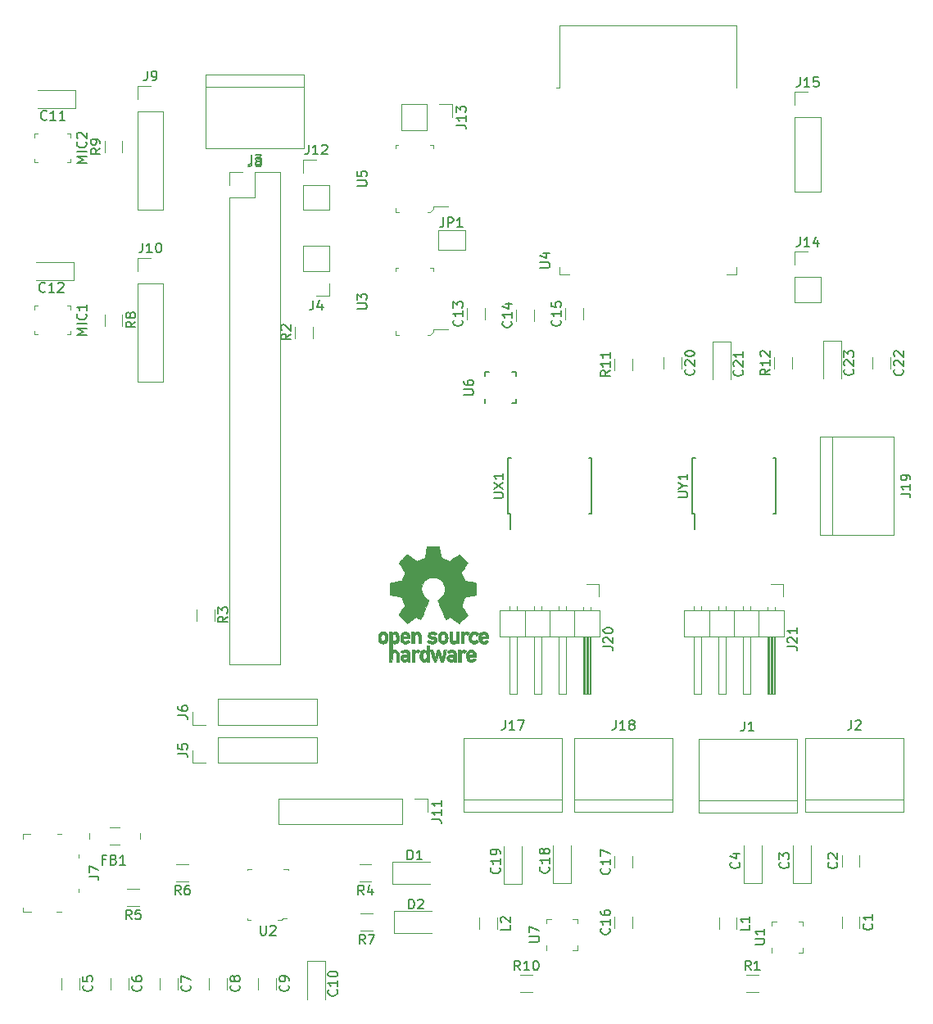
<source format=gbr>
G04 #@! TF.GenerationSoftware,KiCad,Pcbnew,(5.1.4-0-10_14)*
G04 #@! TF.CreationDate,2019-11-07T23:36:32+09:00*
G04 #@! TF.ProjectId,underwater,756e6465-7277-4617-9465-722e6b696361,rev?*
G04 #@! TF.SameCoordinates,Original*
G04 #@! TF.FileFunction,Legend,Top*
G04 #@! TF.FilePolarity,Positive*
%FSLAX46Y46*%
G04 Gerber Fmt 4.6, Leading zero omitted, Abs format (unit mm)*
G04 Created by KiCad (PCBNEW (5.1.4-0-10_14)) date 2019-11-07 23:36:32*
%MOMM*%
%LPD*%
G04 APERTURE LIST*
%ADD10C,0.010000*%
%ADD11C,0.120000*%
%ADD12C,0.100000*%
%ADD13C,0.150000*%
G04 APERTURE END LIST*
D10*
G36*
X149336535Y-81755172D02*
G01*
X149449117Y-82352363D01*
X149864531Y-82523610D01*
X150279944Y-82694857D01*
X150778302Y-82355978D01*
X150917868Y-82261622D01*
X151044028Y-82177375D01*
X151150895Y-82107083D01*
X151232582Y-82054592D01*
X151283201Y-82023749D01*
X151296986Y-82017098D01*
X151321820Y-82034203D01*
X151374888Y-82081489D01*
X151450240Y-82152917D01*
X151541929Y-82242445D01*
X151644007Y-82344034D01*
X151750526Y-82451643D01*
X151855536Y-82559232D01*
X151953091Y-82660760D01*
X152037242Y-82750186D01*
X152102040Y-82821471D01*
X152141538Y-82868573D01*
X152150980Y-82884337D01*
X152137391Y-82913398D01*
X152099293Y-82977066D01*
X152040694Y-83069112D01*
X151965597Y-83183309D01*
X151878009Y-83313429D01*
X151827254Y-83387646D01*
X151734745Y-83523167D01*
X151652540Y-83645461D01*
X151584630Y-83748440D01*
X151535000Y-83826018D01*
X151507640Y-83872106D01*
X151503529Y-83881792D01*
X151512849Y-83909319D01*
X151538254Y-83973473D01*
X151575911Y-84065235D01*
X151621986Y-84175584D01*
X151672646Y-84295500D01*
X151724059Y-84415964D01*
X151772389Y-84527954D01*
X151813806Y-84622452D01*
X151844474Y-84690437D01*
X151860562Y-84722888D01*
X151861511Y-84724165D01*
X151886772Y-84730362D01*
X151954046Y-84744185D01*
X152056360Y-84764277D01*
X152186741Y-84789279D01*
X152338216Y-84817831D01*
X152426594Y-84834296D01*
X152588452Y-84865114D01*
X152734649Y-84894439D01*
X152857787Y-84920666D01*
X152950469Y-84942191D01*
X153005301Y-84957410D01*
X153016323Y-84962238D01*
X153027119Y-84994919D01*
X153035829Y-85068730D01*
X153042460Y-85175037D01*
X153047018Y-85305212D01*
X153049509Y-85450621D01*
X153049938Y-85602635D01*
X153048311Y-85752622D01*
X153044635Y-85891951D01*
X153038915Y-86011990D01*
X153031158Y-86104110D01*
X153021368Y-86159677D01*
X153015496Y-86171245D01*
X152980399Y-86185110D01*
X152906028Y-86204933D01*
X152802223Y-86228384D01*
X152678819Y-86253136D01*
X152635741Y-86261143D01*
X152428047Y-86299186D01*
X152263984Y-86329824D01*
X152138130Y-86354274D01*
X152045065Y-86373754D01*
X151979367Y-86389481D01*
X151935617Y-86402673D01*
X151908392Y-86414549D01*
X151892272Y-86426325D01*
X151890017Y-86428653D01*
X151867503Y-86466145D01*
X151833158Y-86539110D01*
X151790411Y-86638612D01*
X151742692Y-86755718D01*
X151693430Y-86881493D01*
X151646055Y-87007002D01*
X151603995Y-87123310D01*
X151570680Y-87221484D01*
X151549541Y-87292588D01*
X151544005Y-87327687D01*
X151544466Y-87328917D01*
X151563223Y-87357606D01*
X151605776Y-87420730D01*
X151667653Y-87511718D01*
X151744382Y-87624000D01*
X151831491Y-87751005D01*
X151856299Y-87787098D01*
X151944753Y-87917948D01*
X152022588Y-88037336D01*
X152085566Y-88138407D01*
X152129445Y-88214304D01*
X152149985Y-88258172D01*
X152150980Y-88263562D01*
X152133722Y-88291889D01*
X152086036Y-88348006D01*
X152014050Y-88425882D01*
X151923897Y-88519485D01*
X151821705Y-88622786D01*
X151713606Y-88729751D01*
X151605728Y-88834351D01*
X151504204Y-88930554D01*
X151415162Y-89012329D01*
X151344733Y-89073645D01*
X151299047Y-89108471D01*
X151286409Y-89114157D01*
X151256991Y-89100765D01*
X151196761Y-89064644D01*
X151115530Y-89011881D01*
X151053030Y-88969412D01*
X150939785Y-88891485D01*
X150805674Y-88799729D01*
X150671155Y-88708120D01*
X150598833Y-88659091D01*
X150354038Y-88493515D01*
X150148551Y-88604620D01*
X150054936Y-88653293D01*
X149975330Y-88691126D01*
X149921467Y-88712703D01*
X149907757Y-88715706D01*
X149891270Y-88693538D01*
X149858745Y-88630894D01*
X149812609Y-88533554D01*
X149755290Y-88407294D01*
X149689216Y-88257895D01*
X149616815Y-88091133D01*
X149540516Y-87912787D01*
X149462746Y-87728636D01*
X149385934Y-87544457D01*
X149312506Y-87366030D01*
X149244892Y-87199132D01*
X149185520Y-87049542D01*
X149136816Y-86923038D01*
X149101210Y-86825399D01*
X149081130Y-86762402D01*
X149077900Y-86740766D01*
X149103496Y-86713169D01*
X149159539Y-86668370D01*
X149234311Y-86615679D01*
X149240587Y-86611510D01*
X149433845Y-86456814D01*
X149589674Y-86276336D01*
X149706724Y-86075847D01*
X149783645Y-85861119D01*
X149819086Y-85637922D01*
X149811697Y-85412026D01*
X149760127Y-85189204D01*
X149663026Y-84975224D01*
X149634458Y-84928409D01*
X149485868Y-84739363D01*
X149310327Y-84587557D01*
X149113910Y-84473779D01*
X148902693Y-84398820D01*
X148682753Y-84363467D01*
X148460163Y-84368512D01*
X148241001Y-84414744D01*
X148031342Y-84502951D01*
X147837261Y-84633924D01*
X147777226Y-84687082D01*
X147624435Y-84853484D01*
X147513097Y-85028657D01*
X147436723Y-85225011D01*
X147394187Y-85419462D01*
X147383686Y-85638087D01*
X147418701Y-85857797D01*
X147495673Y-86071165D01*
X147611047Y-86270767D01*
X147761266Y-86449174D01*
X147942773Y-86598962D01*
X147966627Y-86614751D01*
X148042201Y-86666457D01*
X148099651Y-86711257D01*
X148127117Y-86739862D01*
X148127517Y-86740766D01*
X148121620Y-86771709D01*
X148098245Y-86841936D01*
X148059821Y-86945670D01*
X148008777Y-87077135D01*
X147947542Y-87230552D01*
X147878544Y-87400146D01*
X147804214Y-87580138D01*
X147726978Y-87764753D01*
X147649268Y-87948213D01*
X147573511Y-88124741D01*
X147502137Y-88288559D01*
X147437574Y-88433892D01*
X147382252Y-88554962D01*
X147338600Y-88645992D01*
X147309046Y-88701205D01*
X147297144Y-88715706D01*
X147260777Y-88704414D01*
X147192730Y-88674130D01*
X147104737Y-88630265D01*
X147056351Y-88604620D01*
X146850863Y-88493515D01*
X146606068Y-88659091D01*
X146481106Y-88743915D01*
X146344295Y-88837261D01*
X146216089Y-88925153D01*
X146151871Y-88969412D01*
X146061551Y-89030063D01*
X145985071Y-89078126D01*
X145932407Y-89107515D01*
X145915302Y-89113727D01*
X145890405Y-89096968D01*
X145835305Y-89050181D01*
X145755343Y-88978225D01*
X145655861Y-88885957D01*
X145542200Y-88778235D01*
X145470315Y-88709071D01*
X145344551Y-88585502D01*
X145235863Y-88474979D01*
X145148645Y-88382230D01*
X145087289Y-88311982D01*
X145056191Y-88268965D01*
X145053208Y-88260235D01*
X145067053Y-88227029D01*
X145105312Y-88159887D01*
X145163742Y-88065608D01*
X145238097Y-87950990D01*
X145324135Y-87822828D01*
X145348603Y-87787098D01*
X145437755Y-87657234D01*
X145517738Y-87540314D01*
X145584080Y-87442907D01*
X145632311Y-87371584D01*
X145657957Y-87332915D01*
X145660435Y-87328917D01*
X145656729Y-87298100D01*
X145637061Y-87230344D01*
X145604860Y-87134584D01*
X145563555Y-87019754D01*
X145516575Y-86894789D01*
X145467349Y-86768624D01*
X145419308Y-86650193D01*
X145375881Y-86548430D01*
X145340496Y-86472271D01*
X145316584Y-86430649D01*
X145314884Y-86428653D01*
X145300262Y-86416758D01*
X145275565Y-86404995D01*
X145235372Y-86392146D01*
X145174263Y-86376994D01*
X145086817Y-86358321D01*
X144967612Y-86334910D01*
X144811227Y-86305542D01*
X144612243Y-86269000D01*
X144569160Y-86261143D01*
X144441471Y-86236472D01*
X144330153Y-86212338D01*
X144245045Y-86191069D01*
X144195983Y-86174993D01*
X144189405Y-86171245D01*
X144178564Y-86138018D01*
X144169753Y-86063766D01*
X144162976Y-85957121D01*
X144158240Y-85826712D01*
X144155550Y-85681172D01*
X144154913Y-85529131D01*
X144156334Y-85379221D01*
X144159820Y-85240073D01*
X144165376Y-85120317D01*
X144173008Y-85028586D01*
X144182722Y-84973511D01*
X144188578Y-84962238D01*
X144221180Y-84950868D01*
X144295418Y-84932369D01*
X144403896Y-84908347D01*
X144539217Y-84880407D01*
X144693985Y-84850153D01*
X144778308Y-84834296D01*
X144938296Y-84804389D01*
X145080967Y-84777295D01*
X145199348Y-84754376D01*
X145286465Y-84736988D01*
X145335345Y-84726492D01*
X145343390Y-84724165D01*
X145356987Y-84697931D01*
X145385729Y-84634740D01*
X145425785Y-84543622D01*
X145473324Y-84433602D01*
X145524515Y-84313710D01*
X145575526Y-84192972D01*
X145622526Y-84080416D01*
X145661684Y-83985071D01*
X145689169Y-83915962D01*
X145701149Y-83882119D01*
X145701372Y-83880640D01*
X145687791Y-83853942D01*
X145649715Y-83792505D01*
X145591147Y-83702434D01*
X145516088Y-83589835D01*
X145428540Y-83460815D01*
X145377647Y-83386706D01*
X145284909Y-83250822D01*
X145202541Y-83127454D01*
X145134561Y-83022842D01*
X145084988Y-82943228D01*
X145057842Y-82894852D01*
X145053921Y-82884007D01*
X145070775Y-82858765D01*
X145117368Y-82804869D01*
X145187749Y-82728358D01*
X145275965Y-82635268D01*
X145376065Y-82531640D01*
X145482098Y-82423509D01*
X145588111Y-82316915D01*
X145688152Y-82217895D01*
X145776270Y-82132487D01*
X145846513Y-82066730D01*
X145892928Y-82026661D01*
X145908456Y-82017098D01*
X145933739Y-82030545D01*
X145994211Y-82068320D01*
X146083992Y-82126580D01*
X146197203Y-82201479D01*
X146327964Y-82289170D01*
X146426600Y-82355978D01*
X146924957Y-82694857D01*
X147340371Y-82523610D01*
X147755784Y-82352363D01*
X147868366Y-81755172D01*
X147980949Y-81157980D01*
X149223952Y-81157980D01*
X149336535Y-81755172D01*
X149336535Y-81755172D01*
G37*
X149336535Y-81755172D02*
X149449117Y-82352363D01*
X149864531Y-82523610D01*
X150279944Y-82694857D01*
X150778302Y-82355978D01*
X150917868Y-82261622D01*
X151044028Y-82177375D01*
X151150895Y-82107083D01*
X151232582Y-82054592D01*
X151283201Y-82023749D01*
X151296986Y-82017098D01*
X151321820Y-82034203D01*
X151374888Y-82081489D01*
X151450240Y-82152917D01*
X151541929Y-82242445D01*
X151644007Y-82344034D01*
X151750526Y-82451643D01*
X151855536Y-82559232D01*
X151953091Y-82660760D01*
X152037242Y-82750186D01*
X152102040Y-82821471D01*
X152141538Y-82868573D01*
X152150980Y-82884337D01*
X152137391Y-82913398D01*
X152099293Y-82977066D01*
X152040694Y-83069112D01*
X151965597Y-83183309D01*
X151878009Y-83313429D01*
X151827254Y-83387646D01*
X151734745Y-83523167D01*
X151652540Y-83645461D01*
X151584630Y-83748440D01*
X151535000Y-83826018D01*
X151507640Y-83872106D01*
X151503529Y-83881792D01*
X151512849Y-83909319D01*
X151538254Y-83973473D01*
X151575911Y-84065235D01*
X151621986Y-84175584D01*
X151672646Y-84295500D01*
X151724059Y-84415964D01*
X151772389Y-84527954D01*
X151813806Y-84622452D01*
X151844474Y-84690437D01*
X151860562Y-84722888D01*
X151861511Y-84724165D01*
X151886772Y-84730362D01*
X151954046Y-84744185D01*
X152056360Y-84764277D01*
X152186741Y-84789279D01*
X152338216Y-84817831D01*
X152426594Y-84834296D01*
X152588452Y-84865114D01*
X152734649Y-84894439D01*
X152857787Y-84920666D01*
X152950469Y-84942191D01*
X153005301Y-84957410D01*
X153016323Y-84962238D01*
X153027119Y-84994919D01*
X153035829Y-85068730D01*
X153042460Y-85175037D01*
X153047018Y-85305212D01*
X153049509Y-85450621D01*
X153049938Y-85602635D01*
X153048311Y-85752622D01*
X153044635Y-85891951D01*
X153038915Y-86011990D01*
X153031158Y-86104110D01*
X153021368Y-86159677D01*
X153015496Y-86171245D01*
X152980399Y-86185110D01*
X152906028Y-86204933D01*
X152802223Y-86228384D01*
X152678819Y-86253136D01*
X152635741Y-86261143D01*
X152428047Y-86299186D01*
X152263984Y-86329824D01*
X152138130Y-86354274D01*
X152045065Y-86373754D01*
X151979367Y-86389481D01*
X151935617Y-86402673D01*
X151908392Y-86414549D01*
X151892272Y-86426325D01*
X151890017Y-86428653D01*
X151867503Y-86466145D01*
X151833158Y-86539110D01*
X151790411Y-86638612D01*
X151742692Y-86755718D01*
X151693430Y-86881493D01*
X151646055Y-87007002D01*
X151603995Y-87123310D01*
X151570680Y-87221484D01*
X151549541Y-87292588D01*
X151544005Y-87327687D01*
X151544466Y-87328917D01*
X151563223Y-87357606D01*
X151605776Y-87420730D01*
X151667653Y-87511718D01*
X151744382Y-87624000D01*
X151831491Y-87751005D01*
X151856299Y-87787098D01*
X151944753Y-87917948D01*
X152022588Y-88037336D01*
X152085566Y-88138407D01*
X152129445Y-88214304D01*
X152149985Y-88258172D01*
X152150980Y-88263562D01*
X152133722Y-88291889D01*
X152086036Y-88348006D01*
X152014050Y-88425882D01*
X151923897Y-88519485D01*
X151821705Y-88622786D01*
X151713606Y-88729751D01*
X151605728Y-88834351D01*
X151504204Y-88930554D01*
X151415162Y-89012329D01*
X151344733Y-89073645D01*
X151299047Y-89108471D01*
X151286409Y-89114157D01*
X151256991Y-89100765D01*
X151196761Y-89064644D01*
X151115530Y-89011881D01*
X151053030Y-88969412D01*
X150939785Y-88891485D01*
X150805674Y-88799729D01*
X150671155Y-88708120D01*
X150598833Y-88659091D01*
X150354038Y-88493515D01*
X150148551Y-88604620D01*
X150054936Y-88653293D01*
X149975330Y-88691126D01*
X149921467Y-88712703D01*
X149907757Y-88715706D01*
X149891270Y-88693538D01*
X149858745Y-88630894D01*
X149812609Y-88533554D01*
X149755290Y-88407294D01*
X149689216Y-88257895D01*
X149616815Y-88091133D01*
X149540516Y-87912787D01*
X149462746Y-87728636D01*
X149385934Y-87544457D01*
X149312506Y-87366030D01*
X149244892Y-87199132D01*
X149185520Y-87049542D01*
X149136816Y-86923038D01*
X149101210Y-86825399D01*
X149081130Y-86762402D01*
X149077900Y-86740766D01*
X149103496Y-86713169D01*
X149159539Y-86668370D01*
X149234311Y-86615679D01*
X149240587Y-86611510D01*
X149433845Y-86456814D01*
X149589674Y-86276336D01*
X149706724Y-86075847D01*
X149783645Y-85861119D01*
X149819086Y-85637922D01*
X149811697Y-85412026D01*
X149760127Y-85189204D01*
X149663026Y-84975224D01*
X149634458Y-84928409D01*
X149485868Y-84739363D01*
X149310327Y-84587557D01*
X149113910Y-84473779D01*
X148902693Y-84398820D01*
X148682753Y-84363467D01*
X148460163Y-84368512D01*
X148241001Y-84414744D01*
X148031342Y-84502951D01*
X147837261Y-84633924D01*
X147777226Y-84687082D01*
X147624435Y-84853484D01*
X147513097Y-85028657D01*
X147436723Y-85225011D01*
X147394187Y-85419462D01*
X147383686Y-85638087D01*
X147418701Y-85857797D01*
X147495673Y-86071165D01*
X147611047Y-86270767D01*
X147761266Y-86449174D01*
X147942773Y-86598962D01*
X147966627Y-86614751D01*
X148042201Y-86666457D01*
X148099651Y-86711257D01*
X148127117Y-86739862D01*
X148127517Y-86740766D01*
X148121620Y-86771709D01*
X148098245Y-86841936D01*
X148059821Y-86945670D01*
X148008777Y-87077135D01*
X147947542Y-87230552D01*
X147878544Y-87400146D01*
X147804214Y-87580138D01*
X147726978Y-87764753D01*
X147649268Y-87948213D01*
X147573511Y-88124741D01*
X147502137Y-88288559D01*
X147437574Y-88433892D01*
X147382252Y-88554962D01*
X147338600Y-88645992D01*
X147309046Y-88701205D01*
X147297144Y-88715706D01*
X147260777Y-88704414D01*
X147192730Y-88674130D01*
X147104737Y-88630265D01*
X147056351Y-88604620D01*
X146850863Y-88493515D01*
X146606068Y-88659091D01*
X146481106Y-88743915D01*
X146344295Y-88837261D01*
X146216089Y-88925153D01*
X146151871Y-88969412D01*
X146061551Y-89030063D01*
X145985071Y-89078126D01*
X145932407Y-89107515D01*
X145915302Y-89113727D01*
X145890405Y-89096968D01*
X145835305Y-89050181D01*
X145755343Y-88978225D01*
X145655861Y-88885957D01*
X145542200Y-88778235D01*
X145470315Y-88709071D01*
X145344551Y-88585502D01*
X145235863Y-88474979D01*
X145148645Y-88382230D01*
X145087289Y-88311982D01*
X145056191Y-88268965D01*
X145053208Y-88260235D01*
X145067053Y-88227029D01*
X145105312Y-88159887D01*
X145163742Y-88065608D01*
X145238097Y-87950990D01*
X145324135Y-87822828D01*
X145348603Y-87787098D01*
X145437755Y-87657234D01*
X145517738Y-87540314D01*
X145584080Y-87442907D01*
X145632311Y-87371584D01*
X145657957Y-87332915D01*
X145660435Y-87328917D01*
X145656729Y-87298100D01*
X145637061Y-87230344D01*
X145604860Y-87134584D01*
X145563555Y-87019754D01*
X145516575Y-86894789D01*
X145467349Y-86768624D01*
X145419308Y-86650193D01*
X145375881Y-86548430D01*
X145340496Y-86472271D01*
X145316584Y-86430649D01*
X145314884Y-86428653D01*
X145300262Y-86416758D01*
X145275565Y-86404995D01*
X145235372Y-86392146D01*
X145174263Y-86376994D01*
X145086817Y-86358321D01*
X144967612Y-86334910D01*
X144811227Y-86305542D01*
X144612243Y-86269000D01*
X144569160Y-86261143D01*
X144441471Y-86236472D01*
X144330153Y-86212338D01*
X144245045Y-86191069D01*
X144195983Y-86174993D01*
X144189405Y-86171245D01*
X144178564Y-86138018D01*
X144169753Y-86063766D01*
X144162976Y-85957121D01*
X144158240Y-85826712D01*
X144155550Y-85681172D01*
X144154913Y-85529131D01*
X144156334Y-85379221D01*
X144159820Y-85240073D01*
X144165376Y-85120317D01*
X144173008Y-85028586D01*
X144182722Y-84973511D01*
X144188578Y-84962238D01*
X144221180Y-84950868D01*
X144295418Y-84932369D01*
X144403896Y-84908347D01*
X144539217Y-84880407D01*
X144693985Y-84850153D01*
X144778308Y-84834296D01*
X144938296Y-84804389D01*
X145080967Y-84777295D01*
X145199348Y-84754376D01*
X145286465Y-84736988D01*
X145335345Y-84726492D01*
X145343390Y-84724165D01*
X145356987Y-84697931D01*
X145385729Y-84634740D01*
X145425785Y-84543622D01*
X145473324Y-84433602D01*
X145524515Y-84313710D01*
X145575526Y-84192972D01*
X145622526Y-84080416D01*
X145661684Y-83985071D01*
X145689169Y-83915962D01*
X145701149Y-83882119D01*
X145701372Y-83880640D01*
X145687791Y-83853942D01*
X145649715Y-83792505D01*
X145591147Y-83702434D01*
X145516088Y-83589835D01*
X145428540Y-83460815D01*
X145377647Y-83386706D01*
X145284909Y-83250822D01*
X145202541Y-83127454D01*
X145134561Y-83022842D01*
X145084988Y-82943228D01*
X145057842Y-82894852D01*
X145053921Y-82884007D01*
X145070775Y-82858765D01*
X145117368Y-82804869D01*
X145187749Y-82728358D01*
X145275965Y-82635268D01*
X145376065Y-82531640D01*
X145482098Y-82423509D01*
X145588111Y-82316915D01*
X145688152Y-82217895D01*
X145776270Y-82132487D01*
X145846513Y-82066730D01*
X145892928Y-82026661D01*
X145908456Y-82017098D01*
X145933739Y-82030545D01*
X145994211Y-82068320D01*
X146083992Y-82126580D01*
X146197203Y-82201479D01*
X146327964Y-82289170D01*
X146426600Y-82355978D01*
X146924957Y-82694857D01*
X147340371Y-82523610D01*
X147755784Y-82352363D01*
X147868366Y-81755172D01*
X147980949Y-81157980D01*
X149223952Y-81157980D01*
X149336535Y-81755172D01*
G36*
X152153637Y-90009472D02*
G01*
X152239290Y-90035641D01*
X152294437Y-90068707D01*
X152312401Y-90094855D01*
X152307457Y-90125852D01*
X152275372Y-90174547D01*
X152248243Y-90209035D01*
X152192317Y-90271383D01*
X152150299Y-90297615D01*
X152114480Y-90295903D01*
X152008224Y-90268863D01*
X151930189Y-90270091D01*
X151866820Y-90300735D01*
X151845546Y-90318670D01*
X151777451Y-90381779D01*
X151777451Y-91205922D01*
X151503529Y-91205922D01*
X151503529Y-90010628D01*
X151640490Y-90010628D01*
X151722719Y-90013879D01*
X151765144Y-90025426D01*
X151777445Y-90047952D01*
X151777451Y-90048620D01*
X151783260Y-90072215D01*
X151809531Y-90069138D01*
X151845931Y-90052115D01*
X151921111Y-90020439D01*
X151982158Y-90001381D01*
X152060708Y-89996496D01*
X152153637Y-90009472D01*
X152153637Y-90009472D01*
G37*
X152153637Y-90009472D02*
X152239290Y-90035641D01*
X152294437Y-90068707D01*
X152312401Y-90094855D01*
X152307457Y-90125852D01*
X152275372Y-90174547D01*
X152248243Y-90209035D01*
X152192317Y-90271383D01*
X152150299Y-90297615D01*
X152114480Y-90295903D01*
X152008224Y-90268863D01*
X151930189Y-90270091D01*
X151866820Y-90300735D01*
X151845546Y-90318670D01*
X151777451Y-90381779D01*
X151777451Y-91205922D01*
X151503529Y-91205922D01*
X151503529Y-90010628D01*
X151640490Y-90010628D01*
X151722719Y-90013879D01*
X151765144Y-90025426D01*
X151777445Y-90047952D01*
X151777451Y-90048620D01*
X151783260Y-90072215D01*
X151809531Y-90069138D01*
X151845931Y-90052115D01*
X151921111Y-90020439D01*
X151982158Y-90001381D01*
X152060708Y-89996496D01*
X152153637Y-90009472D01*
G36*
X147096760Y-90031199D02*
G01*
X147158736Y-90060802D01*
X147218759Y-90103561D01*
X147264486Y-90152775D01*
X147297793Y-90215544D01*
X147320555Y-90298971D01*
X147334647Y-90410159D01*
X147341942Y-90556209D01*
X147344318Y-90744223D01*
X147344355Y-90763912D01*
X147344902Y-91205922D01*
X147070980Y-91205922D01*
X147070980Y-90798435D01*
X147070785Y-90647471D01*
X147069436Y-90538056D01*
X147065788Y-90461933D01*
X147058696Y-90410848D01*
X147047013Y-90376545D01*
X147029594Y-90350768D01*
X147005329Y-90325298D01*
X146920435Y-90270571D01*
X146827761Y-90260416D01*
X146739473Y-90295017D01*
X146708770Y-90320770D01*
X146686229Y-90344982D01*
X146670046Y-90370912D01*
X146659168Y-90406708D01*
X146652542Y-90460519D01*
X146649115Y-90540493D01*
X146647834Y-90654779D01*
X146647647Y-90793907D01*
X146647647Y-91205922D01*
X146373725Y-91205922D01*
X146373725Y-90010628D01*
X146510686Y-90010628D01*
X146592916Y-90013879D01*
X146635340Y-90025426D01*
X146647641Y-90047952D01*
X146647647Y-90048620D01*
X146653354Y-90070681D01*
X146678527Y-90068177D01*
X146728578Y-90043937D01*
X146842094Y-90008271D01*
X146971945Y-90004305D01*
X147096760Y-90031199D01*
X147096760Y-90031199D01*
G37*
X147096760Y-90031199D02*
X147158736Y-90060802D01*
X147218759Y-90103561D01*
X147264486Y-90152775D01*
X147297793Y-90215544D01*
X147320555Y-90298971D01*
X147334647Y-90410159D01*
X147341942Y-90556209D01*
X147344318Y-90744223D01*
X147344355Y-90763912D01*
X147344902Y-91205922D01*
X147070980Y-91205922D01*
X147070980Y-90798435D01*
X147070785Y-90647471D01*
X147069436Y-90538056D01*
X147065788Y-90461933D01*
X147058696Y-90410848D01*
X147047013Y-90376545D01*
X147029594Y-90350768D01*
X147005329Y-90325298D01*
X146920435Y-90270571D01*
X146827761Y-90260416D01*
X146739473Y-90295017D01*
X146708770Y-90320770D01*
X146686229Y-90344982D01*
X146670046Y-90370912D01*
X146659168Y-90406708D01*
X146652542Y-90460519D01*
X146649115Y-90540493D01*
X146647834Y-90654779D01*
X146647647Y-90793907D01*
X146647647Y-91205922D01*
X146373725Y-91205922D01*
X146373725Y-90010628D01*
X146510686Y-90010628D01*
X146592916Y-90013879D01*
X146635340Y-90025426D01*
X146647641Y-90047952D01*
X146647647Y-90048620D01*
X146653354Y-90070681D01*
X146678527Y-90068177D01*
X146728578Y-90043937D01*
X146842094Y-90008271D01*
X146971945Y-90004305D01*
X147096760Y-90031199D01*
G36*
X153893287Y-90006355D02*
G01*
X153957051Y-90021845D01*
X154079300Y-90078569D01*
X154183834Y-90165202D01*
X154256180Y-90269074D01*
X154266119Y-90292396D01*
X154279754Y-90353484D01*
X154289298Y-90443853D01*
X154292549Y-90535190D01*
X154292549Y-90707882D01*
X153931470Y-90707882D01*
X153782546Y-90708445D01*
X153677632Y-90711864D01*
X153610937Y-90720731D01*
X153576666Y-90737641D01*
X153569028Y-90765189D01*
X153582229Y-90805968D01*
X153605877Y-90853683D01*
X153671843Y-90933314D01*
X153763512Y-90972987D01*
X153875555Y-90971695D01*
X154002472Y-90928514D01*
X154112158Y-90875224D01*
X154203173Y-90947191D01*
X154294188Y-91019157D01*
X154208563Y-91098269D01*
X154094250Y-91173017D01*
X153953666Y-91218084D01*
X153802449Y-91230696D01*
X153656236Y-91208079D01*
X153632647Y-91200405D01*
X153504141Y-91133296D01*
X153408551Y-91033247D01*
X153343861Y-90897271D01*
X153308057Y-90722380D01*
X153307640Y-90718632D01*
X153304434Y-90528032D01*
X153317393Y-90460035D01*
X153570392Y-90460035D01*
X153593627Y-90470491D01*
X153656710Y-90478500D01*
X153749706Y-90483073D01*
X153808638Y-90483765D01*
X153918537Y-90483332D01*
X153987252Y-90480578D01*
X154023405Y-90473321D01*
X154035615Y-90459376D01*
X154032504Y-90436562D01*
X154029894Y-90427735D01*
X153985344Y-90344800D01*
X153915279Y-90277960D01*
X153853446Y-90248589D01*
X153771301Y-90250362D01*
X153688062Y-90286990D01*
X153618238Y-90347634D01*
X153576337Y-90421456D01*
X153570392Y-90460035D01*
X153317393Y-90460035D01*
X153336385Y-90360395D01*
X153399773Y-90219711D01*
X153490878Y-90109974D01*
X153605978Y-90035174D01*
X153741355Y-89999304D01*
X153893287Y-90006355D01*
X153893287Y-90006355D01*
G37*
X153893287Y-90006355D02*
X153957051Y-90021845D01*
X154079300Y-90078569D01*
X154183834Y-90165202D01*
X154256180Y-90269074D01*
X154266119Y-90292396D01*
X154279754Y-90353484D01*
X154289298Y-90443853D01*
X154292549Y-90535190D01*
X154292549Y-90707882D01*
X153931470Y-90707882D01*
X153782546Y-90708445D01*
X153677632Y-90711864D01*
X153610937Y-90720731D01*
X153576666Y-90737641D01*
X153569028Y-90765189D01*
X153582229Y-90805968D01*
X153605877Y-90853683D01*
X153671843Y-90933314D01*
X153763512Y-90972987D01*
X153875555Y-90971695D01*
X154002472Y-90928514D01*
X154112158Y-90875224D01*
X154203173Y-90947191D01*
X154294188Y-91019157D01*
X154208563Y-91098269D01*
X154094250Y-91173017D01*
X153953666Y-91218084D01*
X153802449Y-91230696D01*
X153656236Y-91208079D01*
X153632647Y-91200405D01*
X153504141Y-91133296D01*
X153408551Y-91033247D01*
X153343861Y-90897271D01*
X153308057Y-90722380D01*
X153307640Y-90718632D01*
X153304434Y-90528032D01*
X153317393Y-90460035D01*
X153570392Y-90460035D01*
X153593627Y-90470491D01*
X153656710Y-90478500D01*
X153749706Y-90483073D01*
X153808638Y-90483765D01*
X153918537Y-90483332D01*
X153987252Y-90480578D01*
X154023405Y-90473321D01*
X154035615Y-90459376D01*
X154032504Y-90436562D01*
X154029894Y-90427735D01*
X153985344Y-90344800D01*
X153915279Y-90277960D01*
X153853446Y-90248589D01*
X153771301Y-90250362D01*
X153688062Y-90286990D01*
X153618238Y-90347634D01*
X153576337Y-90421456D01*
X153570392Y-90460035D01*
X153317393Y-90460035D01*
X153336385Y-90360395D01*
X153399773Y-90219711D01*
X153490878Y-90109974D01*
X153605978Y-90035174D01*
X153741355Y-89999304D01*
X153893287Y-90006355D01*
G36*
X152980976Y-90021056D02*
G01*
X153125256Y-90082348D01*
X153170699Y-90112185D01*
X153228779Y-90158036D01*
X153265238Y-90194089D01*
X153271568Y-90205832D01*
X153253693Y-90231889D01*
X153207950Y-90276105D01*
X153171328Y-90306965D01*
X153071088Y-90387520D01*
X152991935Y-90320918D01*
X152930769Y-90277921D01*
X152871129Y-90263079D01*
X152802872Y-90266704D01*
X152694482Y-90293652D01*
X152619872Y-90349587D01*
X152574530Y-90440014D01*
X152553947Y-90570435D01*
X152553942Y-90570517D01*
X152555722Y-90716290D01*
X152583387Y-90823245D01*
X152638571Y-90896064D01*
X152676192Y-90920723D01*
X152776105Y-90951431D01*
X152882822Y-90951449D01*
X152975669Y-90921655D01*
X152997647Y-90907098D01*
X153052765Y-90869914D01*
X153095859Y-90863820D01*
X153142335Y-90891496D01*
X153193716Y-90941205D01*
X153275046Y-91025116D01*
X153184749Y-91099546D01*
X153045236Y-91183549D01*
X152887912Y-91224947D01*
X152723503Y-91221950D01*
X152615531Y-91194500D01*
X152489331Y-91126620D01*
X152388401Y-91019831D01*
X152342548Y-90944451D01*
X152305410Y-90836297D01*
X152286827Y-90699318D01*
X152286684Y-90550864D01*
X152304865Y-90408281D01*
X152341255Y-90288918D01*
X152346987Y-90276680D01*
X152431865Y-90156655D01*
X152546782Y-90069267D01*
X152682659Y-90016329D01*
X152830417Y-89999654D01*
X152980976Y-90021056D01*
X152980976Y-90021056D01*
G37*
X152980976Y-90021056D02*
X153125256Y-90082348D01*
X153170699Y-90112185D01*
X153228779Y-90158036D01*
X153265238Y-90194089D01*
X153271568Y-90205832D01*
X153253693Y-90231889D01*
X153207950Y-90276105D01*
X153171328Y-90306965D01*
X153071088Y-90387520D01*
X152991935Y-90320918D01*
X152930769Y-90277921D01*
X152871129Y-90263079D01*
X152802872Y-90266704D01*
X152694482Y-90293652D01*
X152619872Y-90349587D01*
X152574530Y-90440014D01*
X152553947Y-90570435D01*
X152553942Y-90570517D01*
X152555722Y-90716290D01*
X152583387Y-90823245D01*
X152638571Y-90896064D01*
X152676192Y-90920723D01*
X152776105Y-90951431D01*
X152882822Y-90951449D01*
X152975669Y-90921655D01*
X152997647Y-90907098D01*
X153052765Y-90869914D01*
X153095859Y-90863820D01*
X153142335Y-90891496D01*
X153193716Y-90941205D01*
X153275046Y-91025116D01*
X153184749Y-91099546D01*
X153045236Y-91183549D01*
X152887912Y-91224947D01*
X152723503Y-91221950D01*
X152615531Y-91194500D01*
X152489331Y-91126620D01*
X152388401Y-91019831D01*
X152342548Y-90944451D01*
X152305410Y-90836297D01*
X152286827Y-90699318D01*
X152286684Y-90550864D01*
X152304865Y-90408281D01*
X152341255Y-90288918D01*
X152346987Y-90276680D01*
X152431865Y-90156655D01*
X152546782Y-90069267D01*
X152682659Y-90016329D01*
X152830417Y-89999654D01*
X152980976Y-90021056D01*
G36*
X150557254Y-90398245D02*
G01*
X150559608Y-90580879D01*
X150568207Y-90719600D01*
X150585360Y-90820147D01*
X150613374Y-90888254D01*
X150654557Y-90929659D01*
X150711217Y-90950097D01*
X150781372Y-90955318D01*
X150854848Y-90949468D01*
X150910657Y-90928093D01*
X150951109Y-90885458D01*
X150978509Y-90815825D01*
X150995167Y-90713460D01*
X151003389Y-90572624D01*
X151005490Y-90398245D01*
X151005490Y-90010628D01*
X151279411Y-90010628D01*
X151279411Y-91205922D01*
X151142451Y-91205922D01*
X151059884Y-91202576D01*
X151017368Y-91190826D01*
X151005490Y-91168520D01*
X150998336Y-91148654D01*
X150969865Y-91152857D01*
X150912476Y-91180971D01*
X150780945Y-91224342D01*
X150641438Y-91221270D01*
X150507765Y-91174174D01*
X150444108Y-91136971D01*
X150395553Y-91096691D01*
X150360081Y-91046291D01*
X150335674Y-90978729D01*
X150320313Y-90886965D01*
X150311982Y-90763955D01*
X150308662Y-90602659D01*
X150308235Y-90477928D01*
X150308235Y-90010628D01*
X150557254Y-90010628D01*
X150557254Y-90398245D01*
X150557254Y-90398245D01*
G37*
X150557254Y-90398245D02*
X150559608Y-90580879D01*
X150568207Y-90719600D01*
X150585360Y-90820147D01*
X150613374Y-90888254D01*
X150654557Y-90929659D01*
X150711217Y-90950097D01*
X150781372Y-90955318D01*
X150854848Y-90949468D01*
X150910657Y-90928093D01*
X150951109Y-90885458D01*
X150978509Y-90815825D01*
X150995167Y-90713460D01*
X151003389Y-90572624D01*
X151005490Y-90398245D01*
X151005490Y-90010628D01*
X151279411Y-90010628D01*
X151279411Y-91205922D01*
X151142451Y-91205922D01*
X151059884Y-91202576D01*
X151017368Y-91190826D01*
X151005490Y-91168520D01*
X150998336Y-91148654D01*
X150969865Y-91152857D01*
X150912476Y-91180971D01*
X150780945Y-91224342D01*
X150641438Y-91221270D01*
X150507765Y-91174174D01*
X150444108Y-91136971D01*
X150395553Y-91096691D01*
X150360081Y-91046291D01*
X150335674Y-90978729D01*
X150320313Y-90886965D01*
X150311982Y-90763955D01*
X150308662Y-90602659D01*
X150308235Y-90477928D01*
X150308235Y-90010628D01*
X150557254Y-90010628D01*
X150557254Y-90398245D01*
G36*
X149799547Y-90025364D02*
G01*
X149925502Y-90093959D01*
X150024047Y-90202245D01*
X150070478Y-90290315D01*
X150090412Y-90368101D01*
X150103328Y-90478993D01*
X150108863Y-90606738D01*
X150106654Y-90735084D01*
X150096337Y-90847779D01*
X150084286Y-90907969D01*
X150043634Y-90990311D01*
X149973230Y-91077770D01*
X149888382Y-91154251D01*
X149804397Y-91203655D01*
X149802349Y-91204439D01*
X149698134Y-91226027D01*
X149574627Y-91226562D01*
X149457261Y-91206908D01*
X149411942Y-91191155D01*
X149295220Y-91124966D01*
X149211624Y-91038246D01*
X149156701Y-90923438D01*
X149125995Y-90772982D01*
X149119047Y-90694173D01*
X149119933Y-90595145D01*
X149386862Y-90595145D01*
X149395854Y-90739645D01*
X149421736Y-90849760D01*
X149462868Y-90920116D01*
X149492172Y-90940235D01*
X149567251Y-90954265D01*
X149656494Y-90950111D01*
X149733650Y-90929922D01*
X149753883Y-90918815D01*
X149807265Y-90854123D01*
X149842500Y-90755119D01*
X149857498Y-90634632D01*
X149850172Y-90505494D01*
X149833799Y-90427775D01*
X149786790Y-90337771D01*
X149712582Y-90281509D01*
X149623209Y-90262057D01*
X149530707Y-90282481D01*
X149459653Y-90332437D01*
X149422312Y-90373655D01*
X149400518Y-90414281D01*
X149390130Y-90469264D01*
X149387006Y-90553549D01*
X149386862Y-90595145D01*
X149119933Y-90595145D01*
X149120930Y-90483874D01*
X149155180Y-90311423D01*
X149221802Y-90176814D01*
X149320799Y-90080040D01*
X149452175Y-90021094D01*
X149480385Y-90014259D01*
X149649926Y-89998213D01*
X149799547Y-90025364D01*
X149799547Y-90025364D01*
G37*
X149799547Y-90025364D02*
X149925502Y-90093959D01*
X150024047Y-90202245D01*
X150070478Y-90290315D01*
X150090412Y-90368101D01*
X150103328Y-90478993D01*
X150108863Y-90606738D01*
X150106654Y-90735084D01*
X150096337Y-90847779D01*
X150084286Y-90907969D01*
X150043634Y-90990311D01*
X149973230Y-91077770D01*
X149888382Y-91154251D01*
X149804397Y-91203655D01*
X149802349Y-91204439D01*
X149698134Y-91226027D01*
X149574627Y-91226562D01*
X149457261Y-91206908D01*
X149411942Y-91191155D01*
X149295220Y-91124966D01*
X149211624Y-91038246D01*
X149156701Y-90923438D01*
X149125995Y-90772982D01*
X149119047Y-90694173D01*
X149119933Y-90595145D01*
X149386862Y-90595145D01*
X149395854Y-90739645D01*
X149421736Y-90849760D01*
X149462868Y-90920116D01*
X149492172Y-90940235D01*
X149567251Y-90954265D01*
X149656494Y-90950111D01*
X149733650Y-90929922D01*
X149753883Y-90918815D01*
X149807265Y-90854123D01*
X149842500Y-90755119D01*
X149857498Y-90634632D01*
X149850172Y-90505494D01*
X149833799Y-90427775D01*
X149786790Y-90337771D01*
X149712582Y-90281509D01*
X149623209Y-90262057D01*
X149530707Y-90282481D01*
X149459653Y-90332437D01*
X149422312Y-90373655D01*
X149400518Y-90414281D01*
X149390130Y-90469264D01*
X149387006Y-90553549D01*
X149386862Y-90595145D01*
X149119933Y-90595145D01*
X149120930Y-90483874D01*
X149155180Y-90311423D01*
X149221802Y-90176814D01*
X149320799Y-90080040D01*
X149452175Y-90021094D01*
X149480385Y-90014259D01*
X149649926Y-89998213D01*
X149799547Y-90025364D01*
G36*
X148617759Y-90006345D02*
G01*
X148712059Y-90024229D01*
X148809890Y-90061633D01*
X148820343Y-90066402D01*
X148894531Y-90105412D01*
X148945910Y-90141664D01*
X148962517Y-90164887D01*
X148946702Y-90202761D01*
X148908288Y-90258644D01*
X148891237Y-90279505D01*
X148820969Y-90361618D01*
X148730379Y-90308168D01*
X148644164Y-90272561D01*
X148544549Y-90253529D01*
X148449019Y-90252326D01*
X148375061Y-90270210D01*
X148357312Y-90281373D01*
X148323512Y-90332553D01*
X148319404Y-90391509D01*
X148344696Y-90437567D01*
X148359656Y-90446499D01*
X148404486Y-90457592D01*
X148483286Y-90470630D01*
X148580426Y-90483088D01*
X148598346Y-90485042D01*
X148754365Y-90512030D01*
X148867523Y-90557873D01*
X148942569Y-90626803D01*
X148984253Y-90723054D01*
X148997238Y-90840617D01*
X148979299Y-90974254D01*
X148921050Y-91079195D01*
X148822255Y-91155630D01*
X148682682Y-91203748D01*
X148527745Y-91222732D01*
X148401398Y-91222504D01*
X148298913Y-91205262D01*
X148228921Y-91181457D01*
X148140483Y-91139978D01*
X148058754Y-91091842D01*
X148029705Y-91070655D01*
X147955000Y-91009676D01*
X148045098Y-90918508D01*
X148135196Y-90827339D01*
X148237632Y-90895128D01*
X148340374Y-90946042D01*
X148450087Y-90972673D01*
X148555551Y-90975483D01*
X148645546Y-90954935D01*
X148708854Y-90911493D01*
X148729296Y-90874838D01*
X148726229Y-90816053D01*
X148675434Y-90771099D01*
X148577048Y-90740057D01*
X148469256Y-90725710D01*
X148303365Y-90698337D01*
X148180124Y-90646693D01*
X148097886Y-90569266D01*
X148055001Y-90464544D01*
X148049060Y-90340387D01*
X148078406Y-90210702D01*
X148145309Y-90112677D01*
X148250371Y-90045866D01*
X148394190Y-90009820D01*
X148500738Y-90002754D01*
X148617759Y-90006345D01*
X148617759Y-90006345D01*
G37*
X148617759Y-90006345D02*
X148712059Y-90024229D01*
X148809890Y-90061633D01*
X148820343Y-90066402D01*
X148894531Y-90105412D01*
X148945910Y-90141664D01*
X148962517Y-90164887D01*
X148946702Y-90202761D01*
X148908288Y-90258644D01*
X148891237Y-90279505D01*
X148820969Y-90361618D01*
X148730379Y-90308168D01*
X148644164Y-90272561D01*
X148544549Y-90253529D01*
X148449019Y-90252326D01*
X148375061Y-90270210D01*
X148357312Y-90281373D01*
X148323512Y-90332553D01*
X148319404Y-90391509D01*
X148344696Y-90437567D01*
X148359656Y-90446499D01*
X148404486Y-90457592D01*
X148483286Y-90470630D01*
X148580426Y-90483088D01*
X148598346Y-90485042D01*
X148754365Y-90512030D01*
X148867523Y-90557873D01*
X148942569Y-90626803D01*
X148984253Y-90723054D01*
X148997238Y-90840617D01*
X148979299Y-90974254D01*
X148921050Y-91079195D01*
X148822255Y-91155630D01*
X148682682Y-91203748D01*
X148527745Y-91222732D01*
X148401398Y-91222504D01*
X148298913Y-91205262D01*
X148228921Y-91181457D01*
X148140483Y-91139978D01*
X148058754Y-91091842D01*
X148029705Y-91070655D01*
X147955000Y-91009676D01*
X148045098Y-90918508D01*
X148135196Y-90827339D01*
X148237632Y-90895128D01*
X148340374Y-90946042D01*
X148450087Y-90972673D01*
X148555551Y-90975483D01*
X148645546Y-90954935D01*
X148708854Y-90911493D01*
X148729296Y-90874838D01*
X148726229Y-90816053D01*
X148675434Y-90771099D01*
X148577048Y-90740057D01*
X148469256Y-90725710D01*
X148303365Y-90698337D01*
X148180124Y-90646693D01*
X148097886Y-90569266D01*
X148055001Y-90464544D01*
X148049060Y-90340387D01*
X148078406Y-90210702D01*
X148145309Y-90112677D01*
X148250371Y-90045866D01*
X148394190Y-90009820D01*
X148500738Y-90002754D01*
X148617759Y-90006345D01*
G36*
X145903204Y-90038354D02*
G01*
X145928019Y-90050037D01*
X146013906Y-90112951D01*
X146095121Y-90204769D01*
X146155764Y-90305868D01*
X146173012Y-90352349D01*
X146188749Y-90435376D01*
X146198133Y-90535713D01*
X146199272Y-90577147D01*
X146199411Y-90707882D01*
X145446953Y-90707882D01*
X145462993Y-90776363D01*
X145502363Y-90857355D01*
X145571194Y-90927351D01*
X145653081Y-90972441D01*
X145705263Y-90981804D01*
X145776029Y-90970441D01*
X145860460Y-90941943D01*
X145889142Y-90928831D01*
X145995209Y-90875858D01*
X146085728Y-90944901D01*
X146137961Y-90991597D01*
X146165753Y-91030140D01*
X146167160Y-91041452D01*
X146142332Y-91068868D01*
X146087917Y-91110532D01*
X146038528Y-91143037D01*
X145905252Y-91201468D01*
X145755839Y-91227915D01*
X145607751Y-91221039D01*
X145489705Y-91185096D01*
X145368018Y-91108101D01*
X145281540Y-91006728D01*
X145227441Y-90875570D01*
X145202891Y-90709224D01*
X145200714Y-90633108D01*
X145209427Y-90458685D01*
X145210497Y-90453611D01*
X145459827Y-90453611D01*
X145466694Y-90469968D01*
X145494917Y-90478988D01*
X145553127Y-90482854D01*
X145649958Y-90483749D01*
X145687243Y-90483765D01*
X145800683Y-90482413D01*
X145872622Y-90477505D01*
X145911313Y-90467760D01*
X145925005Y-90451899D01*
X145925490Y-90446805D01*
X145909863Y-90406326D01*
X145870753Y-90349621D01*
X145853939Y-90329766D01*
X145791519Y-90273611D01*
X145726453Y-90251532D01*
X145691397Y-90249686D01*
X145596558Y-90272766D01*
X145517027Y-90334759D01*
X145466577Y-90424802D01*
X145465683Y-90427735D01*
X145459827Y-90453611D01*
X145210497Y-90453611D01*
X145238399Y-90321343D01*
X145290590Y-90211461D01*
X145354421Y-90133461D01*
X145472433Y-90048882D01*
X145611158Y-90003686D01*
X145758710Y-89999600D01*
X145903204Y-90038354D01*
X145903204Y-90038354D01*
G37*
X145903204Y-90038354D02*
X145928019Y-90050037D01*
X146013906Y-90112951D01*
X146095121Y-90204769D01*
X146155764Y-90305868D01*
X146173012Y-90352349D01*
X146188749Y-90435376D01*
X146198133Y-90535713D01*
X146199272Y-90577147D01*
X146199411Y-90707882D01*
X145446953Y-90707882D01*
X145462993Y-90776363D01*
X145502363Y-90857355D01*
X145571194Y-90927351D01*
X145653081Y-90972441D01*
X145705263Y-90981804D01*
X145776029Y-90970441D01*
X145860460Y-90941943D01*
X145889142Y-90928831D01*
X145995209Y-90875858D01*
X146085728Y-90944901D01*
X146137961Y-90991597D01*
X146165753Y-91030140D01*
X146167160Y-91041452D01*
X146142332Y-91068868D01*
X146087917Y-91110532D01*
X146038528Y-91143037D01*
X145905252Y-91201468D01*
X145755839Y-91227915D01*
X145607751Y-91221039D01*
X145489705Y-91185096D01*
X145368018Y-91108101D01*
X145281540Y-91006728D01*
X145227441Y-90875570D01*
X145202891Y-90709224D01*
X145200714Y-90633108D01*
X145209427Y-90458685D01*
X145210497Y-90453611D01*
X145459827Y-90453611D01*
X145466694Y-90469968D01*
X145494917Y-90478988D01*
X145553127Y-90482854D01*
X145649958Y-90483749D01*
X145687243Y-90483765D01*
X145800683Y-90482413D01*
X145872622Y-90477505D01*
X145911313Y-90467760D01*
X145925005Y-90451899D01*
X145925490Y-90446805D01*
X145909863Y-90406326D01*
X145870753Y-90349621D01*
X145853939Y-90329766D01*
X145791519Y-90273611D01*
X145726453Y-90251532D01*
X145691397Y-90249686D01*
X145596558Y-90272766D01*
X145517027Y-90334759D01*
X145466577Y-90424802D01*
X145465683Y-90427735D01*
X145459827Y-90453611D01*
X145210497Y-90453611D01*
X145238399Y-90321343D01*
X145290590Y-90211461D01*
X145354421Y-90133461D01*
X145472433Y-90048882D01*
X145611158Y-90003686D01*
X145758710Y-89999600D01*
X145903204Y-90038354D01*
G36*
X143563247Y-90023568D02*
G01*
X143693522Y-90081163D01*
X143792419Y-90177334D01*
X143860082Y-90312229D01*
X143896655Y-90485996D01*
X143899276Y-90513126D01*
X143901330Y-90704408D01*
X143874699Y-90872073D01*
X143821001Y-91007967D01*
X143792247Y-91051681D01*
X143692091Y-91144198D01*
X143564537Y-91204119D01*
X143421837Y-91228985D01*
X143276240Y-91216339D01*
X143165562Y-91177391D01*
X143070384Y-91111755D01*
X142992594Y-91025699D01*
X142991249Y-91023685D01*
X142959657Y-90970570D01*
X142939127Y-90917160D01*
X142926695Y-90849754D01*
X142919397Y-90754653D01*
X142916182Y-90676666D01*
X142914844Y-90605944D01*
X143163814Y-90605944D01*
X143166247Y-90676348D01*
X143175080Y-90770068D01*
X143190664Y-90830214D01*
X143218766Y-90873006D01*
X143245086Y-90898002D01*
X143338392Y-90950338D01*
X143436020Y-90957333D01*
X143526942Y-90919676D01*
X143572402Y-90877479D01*
X143605162Y-90834956D01*
X143624323Y-90794267D01*
X143632733Y-90741314D01*
X143633237Y-90661997D01*
X143630645Y-90588950D01*
X143625071Y-90484601D01*
X143616234Y-90416920D01*
X143600307Y-90372774D01*
X143573462Y-90339031D01*
X143552189Y-90319746D01*
X143463206Y-90269086D01*
X143367211Y-90266560D01*
X143286719Y-90296567D01*
X143218053Y-90359231D01*
X143177144Y-90462168D01*
X143163814Y-90605944D01*
X142914844Y-90605944D01*
X142913246Y-90521582D01*
X142918260Y-90405600D01*
X142933283Y-90318367D01*
X142960376Y-90249530D01*
X143001600Y-90188737D01*
X143016885Y-90170686D01*
X143112454Y-90080746D01*
X143214961Y-90028211D01*
X143340321Y-90006201D01*
X143401450Y-90004402D01*
X143563247Y-90023568D01*
X143563247Y-90023568D01*
G37*
X143563247Y-90023568D02*
X143693522Y-90081163D01*
X143792419Y-90177334D01*
X143860082Y-90312229D01*
X143896655Y-90485996D01*
X143899276Y-90513126D01*
X143901330Y-90704408D01*
X143874699Y-90872073D01*
X143821001Y-91007967D01*
X143792247Y-91051681D01*
X143692091Y-91144198D01*
X143564537Y-91204119D01*
X143421837Y-91228985D01*
X143276240Y-91216339D01*
X143165562Y-91177391D01*
X143070384Y-91111755D01*
X142992594Y-91025699D01*
X142991249Y-91023685D01*
X142959657Y-90970570D01*
X142939127Y-90917160D01*
X142926695Y-90849754D01*
X142919397Y-90754653D01*
X142916182Y-90676666D01*
X142914844Y-90605944D01*
X143163814Y-90605944D01*
X143166247Y-90676348D01*
X143175080Y-90770068D01*
X143190664Y-90830214D01*
X143218766Y-90873006D01*
X143245086Y-90898002D01*
X143338392Y-90950338D01*
X143436020Y-90957333D01*
X143526942Y-90919676D01*
X143572402Y-90877479D01*
X143605162Y-90834956D01*
X143624323Y-90794267D01*
X143632733Y-90741314D01*
X143633237Y-90661997D01*
X143630645Y-90588950D01*
X143625071Y-90484601D01*
X143616234Y-90416920D01*
X143600307Y-90372774D01*
X143573462Y-90339031D01*
X143552189Y-90319746D01*
X143463206Y-90269086D01*
X143367211Y-90266560D01*
X143286719Y-90296567D01*
X143218053Y-90359231D01*
X143177144Y-90462168D01*
X143163814Y-90605944D01*
X142914844Y-90605944D01*
X142913246Y-90521582D01*
X142918260Y-90405600D01*
X142933283Y-90318367D01*
X142960376Y-90249530D01*
X143001600Y-90188737D01*
X143016885Y-90170686D01*
X143112454Y-90080746D01*
X143214961Y-90028211D01*
X143340321Y-90006201D01*
X143401450Y-90004402D01*
X143563247Y-90023568D01*
G36*
X152615307Y-91884784D02*
G01*
X152734337Y-91915731D01*
X152834021Y-91979600D01*
X152882288Y-92027313D01*
X152961408Y-92140106D01*
X153006752Y-92270950D01*
X153022330Y-92431792D01*
X153022410Y-92444794D01*
X153022549Y-92575530D01*
X152270091Y-92575530D01*
X152286130Y-92644010D01*
X152315091Y-92706031D01*
X152365778Y-92770654D01*
X152376379Y-92780971D01*
X152467494Y-92836805D01*
X152571400Y-92846275D01*
X152691000Y-92809540D01*
X152711274Y-92799647D01*
X152773456Y-92769574D01*
X152815106Y-92752440D01*
X152822373Y-92750855D01*
X152847740Y-92766242D01*
X152896120Y-92803887D01*
X152920679Y-92824459D01*
X152971570Y-92871714D01*
X152988281Y-92902917D01*
X152976683Y-92931620D01*
X152970483Y-92939468D01*
X152928493Y-92973819D01*
X152859206Y-93015565D01*
X152810882Y-93039935D01*
X152673711Y-93082873D01*
X152521847Y-93096786D01*
X152378024Y-93080300D01*
X152337745Y-93068496D01*
X152213078Y-93001689D01*
X152120671Y-92898892D01*
X152059990Y-92759105D01*
X152030498Y-92581330D01*
X152027260Y-92488373D01*
X152036714Y-92353033D01*
X152275490Y-92353033D01*
X152298584Y-92363038D01*
X152360662Y-92370888D01*
X152450914Y-92375521D01*
X152512058Y-92376314D01*
X152622040Y-92375549D01*
X152691457Y-92371970D01*
X152729538Y-92363649D01*
X152745515Y-92348657D01*
X152748627Y-92326903D01*
X152727278Y-92259892D01*
X152673529Y-92193664D01*
X152602822Y-92142832D01*
X152532089Y-92122038D01*
X152436016Y-92140484D01*
X152352849Y-92193811D01*
X152295186Y-92270677D01*
X152275490Y-92353033D01*
X152036714Y-92353033D01*
X152041028Y-92291291D01*
X152083520Y-92134271D01*
X152155635Y-92016069D01*
X152258273Y-91935440D01*
X152392332Y-91891139D01*
X152464957Y-91882607D01*
X152615307Y-91884784D01*
X152615307Y-91884784D01*
G37*
X152615307Y-91884784D02*
X152734337Y-91915731D01*
X152834021Y-91979600D01*
X152882288Y-92027313D01*
X152961408Y-92140106D01*
X153006752Y-92270950D01*
X153022330Y-92431792D01*
X153022410Y-92444794D01*
X153022549Y-92575530D01*
X152270091Y-92575530D01*
X152286130Y-92644010D01*
X152315091Y-92706031D01*
X152365778Y-92770654D01*
X152376379Y-92780971D01*
X152467494Y-92836805D01*
X152571400Y-92846275D01*
X152691000Y-92809540D01*
X152711274Y-92799647D01*
X152773456Y-92769574D01*
X152815106Y-92752440D01*
X152822373Y-92750855D01*
X152847740Y-92766242D01*
X152896120Y-92803887D01*
X152920679Y-92824459D01*
X152971570Y-92871714D01*
X152988281Y-92902917D01*
X152976683Y-92931620D01*
X152970483Y-92939468D01*
X152928493Y-92973819D01*
X152859206Y-93015565D01*
X152810882Y-93039935D01*
X152673711Y-93082873D01*
X152521847Y-93096786D01*
X152378024Y-93080300D01*
X152337745Y-93068496D01*
X152213078Y-93001689D01*
X152120671Y-92898892D01*
X152059990Y-92759105D01*
X152030498Y-92581330D01*
X152027260Y-92488373D01*
X152036714Y-92353033D01*
X152275490Y-92353033D01*
X152298584Y-92363038D01*
X152360662Y-92370888D01*
X152450914Y-92375521D01*
X152512058Y-92376314D01*
X152622040Y-92375549D01*
X152691457Y-92371970D01*
X152729538Y-92363649D01*
X152745515Y-92348657D01*
X152748627Y-92326903D01*
X152727278Y-92259892D01*
X152673529Y-92193664D01*
X152602822Y-92142832D01*
X152532089Y-92122038D01*
X152436016Y-92140484D01*
X152352849Y-92193811D01*
X152295186Y-92270677D01*
X152275490Y-92353033D01*
X152036714Y-92353033D01*
X152041028Y-92291291D01*
X152083520Y-92134271D01*
X152155635Y-92016069D01*
X152258273Y-91935440D01*
X152392332Y-91891139D01*
X152464957Y-91882607D01*
X152615307Y-91884784D01*
G36*
X151828446Y-91877883D02*
G01*
X151924177Y-91896755D01*
X151978677Y-91924699D01*
X152036008Y-91971123D01*
X151954441Y-92074111D01*
X151904150Y-92136479D01*
X151870001Y-92166907D01*
X151836063Y-92171555D01*
X151786406Y-92156586D01*
X151763096Y-92148117D01*
X151668063Y-92135622D01*
X151581032Y-92162406D01*
X151517138Y-92222915D01*
X151506759Y-92242208D01*
X151495456Y-92293314D01*
X151486732Y-92387500D01*
X151480997Y-92518089D01*
X151478660Y-92678405D01*
X151478627Y-92701211D01*
X151478627Y-93098471D01*
X151204705Y-93098471D01*
X151204705Y-91878275D01*
X151341666Y-91878275D01*
X151420638Y-91880337D01*
X151461779Y-91889513D01*
X151476992Y-91910290D01*
X151478627Y-91929886D01*
X151478627Y-91981497D01*
X151544240Y-91929886D01*
X151619475Y-91894675D01*
X151720544Y-91877265D01*
X151828446Y-91877883D01*
X151828446Y-91877883D01*
G37*
X151828446Y-91877883D02*
X151924177Y-91896755D01*
X151978677Y-91924699D01*
X152036008Y-91971123D01*
X151954441Y-92074111D01*
X151904150Y-92136479D01*
X151870001Y-92166907D01*
X151836063Y-92171555D01*
X151786406Y-92156586D01*
X151763096Y-92148117D01*
X151668063Y-92135622D01*
X151581032Y-92162406D01*
X151517138Y-92222915D01*
X151506759Y-92242208D01*
X151495456Y-92293314D01*
X151486732Y-92387500D01*
X151480997Y-92518089D01*
X151478660Y-92678405D01*
X151478627Y-92701211D01*
X151478627Y-93098471D01*
X151204705Y-93098471D01*
X151204705Y-91878275D01*
X151341666Y-91878275D01*
X151420638Y-91880337D01*
X151461779Y-91889513D01*
X151476992Y-91910290D01*
X151478627Y-91929886D01*
X151478627Y-91981497D01*
X151544240Y-91929886D01*
X151619475Y-91894675D01*
X151720544Y-91877265D01*
X151828446Y-91877883D01*
G36*
X150646459Y-91885669D02*
G01*
X150751420Y-91911163D01*
X150781761Y-91924669D01*
X150840573Y-91960046D01*
X150885709Y-91999890D01*
X150919106Y-92051120D01*
X150942701Y-92120654D01*
X150958433Y-92215409D01*
X150968239Y-92342305D01*
X150974057Y-92508258D01*
X150976266Y-92619108D01*
X150984396Y-93098471D01*
X150845531Y-93098471D01*
X150761287Y-93094938D01*
X150717884Y-93082866D01*
X150706666Y-93062594D01*
X150700744Y-93040674D01*
X150674266Y-93044865D01*
X150638186Y-93062441D01*
X150547862Y-93089382D01*
X150431777Y-93096642D01*
X150309680Y-93084767D01*
X150201321Y-93054305D01*
X150191602Y-93050077D01*
X150092568Y-92980505D01*
X150027281Y-92883789D01*
X149997240Y-92770738D01*
X149999535Y-92730122D01*
X150244633Y-92730122D01*
X150266229Y-92784782D01*
X150330259Y-92823952D01*
X150433565Y-92844974D01*
X150488774Y-92847766D01*
X150580782Y-92840620D01*
X150641941Y-92812848D01*
X150656862Y-92799647D01*
X150697287Y-92727829D01*
X150706666Y-92662686D01*
X150706666Y-92575530D01*
X150585269Y-92575530D01*
X150444153Y-92582722D01*
X150345173Y-92605345D01*
X150282633Y-92644964D01*
X150268631Y-92662628D01*
X150244633Y-92730122D01*
X149999535Y-92730122D01*
X150003941Y-92652157D01*
X150048880Y-92538855D01*
X150110196Y-92462285D01*
X150147332Y-92429181D01*
X150183687Y-92407425D01*
X150230990Y-92394161D01*
X150300973Y-92386528D01*
X150405364Y-92381670D01*
X150446770Y-92380273D01*
X150706666Y-92371780D01*
X150706285Y-92293116D01*
X150696219Y-92210428D01*
X150659829Y-92160431D01*
X150586311Y-92128489D01*
X150584339Y-92127920D01*
X150480105Y-92115361D01*
X150378108Y-92131766D01*
X150302305Y-92171657D01*
X150271890Y-92191354D01*
X150239132Y-92188629D01*
X150188721Y-92160091D01*
X150159119Y-92139950D01*
X150101218Y-92096919D01*
X150065352Y-92064662D01*
X150059597Y-92055427D01*
X150083295Y-92007636D01*
X150153313Y-91950562D01*
X150183725Y-91931305D01*
X150271155Y-91898140D01*
X150388983Y-91879350D01*
X150519866Y-91875129D01*
X150646459Y-91885669D01*
X150646459Y-91885669D01*
G37*
X150646459Y-91885669D02*
X150751420Y-91911163D01*
X150781761Y-91924669D01*
X150840573Y-91960046D01*
X150885709Y-91999890D01*
X150919106Y-92051120D01*
X150942701Y-92120654D01*
X150958433Y-92215409D01*
X150968239Y-92342305D01*
X150974057Y-92508258D01*
X150976266Y-92619108D01*
X150984396Y-93098471D01*
X150845531Y-93098471D01*
X150761287Y-93094938D01*
X150717884Y-93082866D01*
X150706666Y-93062594D01*
X150700744Y-93040674D01*
X150674266Y-93044865D01*
X150638186Y-93062441D01*
X150547862Y-93089382D01*
X150431777Y-93096642D01*
X150309680Y-93084767D01*
X150201321Y-93054305D01*
X150191602Y-93050077D01*
X150092568Y-92980505D01*
X150027281Y-92883789D01*
X149997240Y-92770738D01*
X149999535Y-92730122D01*
X150244633Y-92730122D01*
X150266229Y-92784782D01*
X150330259Y-92823952D01*
X150433565Y-92844974D01*
X150488774Y-92847766D01*
X150580782Y-92840620D01*
X150641941Y-92812848D01*
X150656862Y-92799647D01*
X150697287Y-92727829D01*
X150706666Y-92662686D01*
X150706666Y-92575530D01*
X150585269Y-92575530D01*
X150444153Y-92582722D01*
X150345173Y-92605345D01*
X150282633Y-92644964D01*
X150268631Y-92662628D01*
X150244633Y-92730122D01*
X149999535Y-92730122D01*
X150003941Y-92652157D01*
X150048880Y-92538855D01*
X150110196Y-92462285D01*
X150147332Y-92429181D01*
X150183687Y-92407425D01*
X150230990Y-92394161D01*
X150300973Y-92386528D01*
X150405364Y-92381670D01*
X150446770Y-92380273D01*
X150706666Y-92371780D01*
X150706285Y-92293116D01*
X150696219Y-92210428D01*
X150659829Y-92160431D01*
X150586311Y-92128489D01*
X150584339Y-92127920D01*
X150480105Y-92115361D01*
X150378108Y-92131766D01*
X150302305Y-92171657D01*
X150271890Y-92191354D01*
X150239132Y-92188629D01*
X150188721Y-92160091D01*
X150159119Y-92139950D01*
X150101218Y-92096919D01*
X150065352Y-92064662D01*
X150059597Y-92055427D01*
X150083295Y-92007636D01*
X150153313Y-91950562D01*
X150183725Y-91931305D01*
X150271155Y-91898140D01*
X150388983Y-91879350D01*
X150519866Y-91875129D01*
X150646459Y-91885669D01*
G36*
X149147528Y-91883332D02*
G01*
X149246014Y-91890726D01*
X149374776Y-92276706D01*
X149503537Y-92662686D01*
X149543911Y-92525726D01*
X149568207Y-92441083D01*
X149600167Y-92326697D01*
X149634679Y-92200963D01*
X149652928Y-92133520D01*
X149721571Y-91878275D01*
X150004773Y-91878275D01*
X149920122Y-92145971D01*
X149878435Y-92277638D01*
X149828074Y-92436458D01*
X149775481Y-92602128D01*
X149728530Y-92749843D01*
X149621589Y-93086020D01*
X149390661Y-93101044D01*
X149328050Y-92894316D01*
X149289438Y-92765896D01*
X149247300Y-92624322D01*
X149210472Y-92499285D01*
X149209018Y-92494309D01*
X149181511Y-92409586D01*
X149157242Y-92351778D01*
X149140243Y-92329918D01*
X149136750Y-92332446D01*
X149124490Y-92366336D01*
X149101195Y-92438930D01*
X149069700Y-92541101D01*
X149032842Y-92663720D01*
X149012899Y-92731167D01*
X148904895Y-93098471D01*
X148675679Y-93098471D01*
X148492439Y-92519500D01*
X148440963Y-92357091D01*
X148394070Y-92209602D01*
X148353977Y-92083960D01*
X148322897Y-91987095D01*
X148303045Y-91925934D01*
X148297011Y-91908065D01*
X148301788Y-91889768D01*
X148339297Y-91881755D01*
X148417355Y-91882557D01*
X148429574Y-91883163D01*
X148574326Y-91890726D01*
X148669130Y-92239353D01*
X148703977Y-92366497D01*
X148735117Y-92478265D01*
X148759809Y-92564953D01*
X148775312Y-92616856D01*
X148778176Y-92625318D01*
X148790046Y-92615587D01*
X148813983Y-92565172D01*
X148847239Y-92480935D01*
X148887064Y-92369741D01*
X148920730Y-92269297D01*
X149049041Y-91875939D01*
X149147528Y-91883332D01*
X149147528Y-91883332D01*
G37*
X149147528Y-91883332D02*
X149246014Y-91890726D01*
X149374776Y-92276706D01*
X149503537Y-92662686D01*
X149543911Y-92525726D01*
X149568207Y-92441083D01*
X149600167Y-92326697D01*
X149634679Y-92200963D01*
X149652928Y-92133520D01*
X149721571Y-91878275D01*
X150004773Y-91878275D01*
X149920122Y-92145971D01*
X149878435Y-92277638D01*
X149828074Y-92436458D01*
X149775481Y-92602128D01*
X149728530Y-92749843D01*
X149621589Y-93086020D01*
X149390661Y-93101044D01*
X149328050Y-92894316D01*
X149289438Y-92765896D01*
X149247300Y-92624322D01*
X149210472Y-92499285D01*
X149209018Y-92494309D01*
X149181511Y-92409586D01*
X149157242Y-92351778D01*
X149140243Y-92329918D01*
X149136750Y-92332446D01*
X149124490Y-92366336D01*
X149101195Y-92438930D01*
X149069700Y-92541101D01*
X149032842Y-92663720D01*
X149012899Y-92731167D01*
X148904895Y-93098471D01*
X148675679Y-93098471D01*
X148492439Y-92519500D01*
X148440963Y-92357091D01*
X148394070Y-92209602D01*
X148353977Y-92083960D01*
X148322897Y-91987095D01*
X148303045Y-91925934D01*
X148297011Y-91908065D01*
X148301788Y-91889768D01*
X148339297Y-91881755D01*
X148417355Y-91882557D01*
X148429574Y-91883163D01*
X148574326Y-91890726D01*
X148669130Y-92239353D01*
X148703977Y-92366497D01*
X148735117Y-92478265D01*
X148759809Y-92564953D01*
X148775312Y-92616856D01*
X148778176Y-92625318D01*
X148790046Y-92615587D01*
X148813983Y-92565172D01*
X148847239Y-92480935D01*
X148887064Y-92369741D01*
X148920730Y-92269297D01*
X149049041Y-91875939D01*
X149147528Y-91883332D01*
G36*
X148191568Y-93098471D02*
G01*
X148054607Y-93098471D01*
X147975111Y-93096140D01*
X147933708Y-93086488D01*
X147918801Y-93065525D01*
X147917647Y-93051351D01*
X147915133Y-93022927D01*
X147899280Y-93017475D01*
X147857621Y-93034998D01*
X147825224Y-93051351D01*
X147700849Y-93090103D01*
X147565646Y-93092346D01*
X147455726Y-93063444D01*
X147353366Y-92993619D01*
X147275340Y-92890555D01*
X147232614Y-92768989D01*
X147231526Y-92762192D01*
X147225178Y-92688032D01*
X147222021Y-92581570D01*
X147222275Y-92501052D01*
X147494289Y-92501052D01*
X147500590Y-92608070D01*
X147514925Y-92696278D01*
X147534331Y-92746090D01*
X147607746Y-92814162D01*
X147694914Y-92838564D01*
X147784804Y-92818831D01*
X147861617Y-92759968D01*
X147890708Y-92720379D01*
X147907717Y-92673138D01*
X147915684Y-92604181D01*
X147917647Y-92500607D01*
X147914134Y-92398039D01*
X147904857Y-92307921D01*
X147891706Y-92247613D01*
X147889514Y-92242208D01*
X147836478Y-92177940D01*
X147759067Y-92142656D01*
X147672454Y-92136959D01*
X147591807Y-92161453D01*
X147532297Y-92216742D01*
X147526124Y-92227743D01*
X147506801Y-92294827D01*
X147496274Y-92391284D01*
X147494289Y-92501052D01*
X147222275Y-92501052D01*
X147222404Y-92460225D01*
X147224194Y-92394918D01*
X147236373Y-92233355D01*
X147261685Y-92112053D01*
X147303793Y-92022379D01*
X147366359Y-91955699D01*
X147427100Y-91916557D01*
X147511964Y-91889040D01*
X147617515Y-91879603D01*
X147725598Y-91887290D01*
X147818058Y-91911146D01*
X147866910Y-91939685D01*
X147917647Y-91985601D01*
X147917647Y-91405137D01*
X148191568Y-91405137D01*
X148191568Y-93098471D01*
X148191568Y-93098471D01*
G37*
X148191568Y-93098471D02*
X148054607Y-93098471D01*
X147975111Y-93096140D01*
X147933708Y-93086488D01*
X147918801Y-93065525D01*
X147917647Y-93051351D01*
X147915133Y-93022927D01*
X147899280Y-93017475D01*
X147857621Y-93034998D01*
X147825224Y-93051351D01*
X147700849Y-93090103D01*
X147565646Y-93092346D01*
X147455726Y-93063444D01*
X147353366Y-92993619D01*
X147275340Y-92890555D01*
X147232614Y-92768989D01*
X147231526Y-92762192D01*
X147225178Y-92688032D01*
X147222021Y-92581570D01*
X147222275Y-92501052D01*
X147494289Y-92501052D01*
X147500590Y-92608070D01*
X147514925Y-92696278D01*
X147534331Y-92746090D01*
X147607746Y-92814162D01*
X147694914Y-92838564D01*
X147784804Y-92818831D01*
X147861617Y-92759968D01*
X147890708Y-92720379D01*
X147907717Y-92673138D01*
X147915684Y-92604181D01*
X147917647Y-92500607D01*
X147914134Y-92398039D01*
X147904857Y-92307921D01*
X147891706Y-92247613D01*
X147889514Y-92242208D01*
X147836478Y-92177940D01*
X147759067Y-92142656D01*
X147672454Y-92136959D01*
X147591807Y-92161453D01*
X147532297Y-92216742D01*
X147526124Y-92227743D01*
X147506801Y-92294827D01*
X147496274Y-92391284D01*
X147494289Y-92501052D01*
X147222275Y-92501052D01*
X147222404Y-92460225D01*
X147224194Y-92394918D01*
X147236373Y-92233355D01*
X147261685Y-92112053D01*
X147303793Y-92022379D01*
X147366359Y-91955699D01*
X147427100Y-91916557D01*
X147511964Y-91889040D01*
X147617515Y-91879603D01*
X147725598Y-91887290D01*
X147818058Y-91911146D01*
X147866910Y-91939685D01*
X147917647Y-91985601D01*
X147917647Y-91405137D01*
X148191568Y-91405137D01*
X148191568Y-93098471D01*
G36*
X146622764Y-91880921D02*
G01*
X146660030Y-91892091D01*
X146672043Y-91916633D01*
X146672549Y-91927712D01*
X146674704Y-91958572D01*
X146689551Y-91963417D01*
X146729657Y-91942260D01*
X146753480Y-91927806D01*
X146828638Y-91896850D01*
X146918406Y-91881544D01*
X147012529Y-91880367D01*
X147100754Y-91891799D01*
X147172826Y-91914320D01*
X147218492Y-91946409D01*
X147227498Y-91986545D01*
X147222953Y-91997415D01*
X147189821Y-92042534D01*
X147138445Y-92098026D01*
X147129152Y-92106996D01*
X147080182Y-92148245D01*
X147037931Y-92161572D01*
X146978841Y-92152271D01*
X146955169Y-92146090D01*
X146881504Y-92131246D01*
X146829710Y-92137921D01*
X146785969Y-92161465D01*
X146745902Y-92193061D01*
X146716392Y-92232798D01*
X146695884Y-92288252D01*
X146682824Y-92367003D01*
X146675656Y-92476629D01*
X146672824Y-92624706D01*
X146672549Y-92714111D01*
X146672549Y-93098471D01*
X146423529Y-93098471D01*
X146423529Y-91878275D01*
X146548039Y-91878275D01*
X146622764Y-91880921D01*
X146622764Y-91880921D01*
G37*
X146622764Y-91880921D02*
X146660030Y-91892091D01*
X146672043Y-91916633D01*
X146672549Y-91927712D01*
X146674704Y-91958572D01*
X146689551Y-91963417D01*
X146729657Y-91942260D01*
X146753480Y-91927806D01*
X146828638Y-91896850D01*
X146918406Y-91881544D01*
X147012529Y-91880367D01*
X147100754Y-91891799D01*
X147172826Y-91914320D01*
X147218492Y-91946409D01*
X147227498Y-91986545D01*
X147222953Y-91997415D01*
X147189821Y-92042534D01*
X147138445Y-92098026D01*
X147129152Y-92106996D01*
X147080182Y-92148245D01*
X147037931Y-92161572D01*
X146978841Y-92152271D01*
X146955169Y-92146090D01*
X146881504Y-92131246D01*
X146829710Y-92137921D01*
X146785969Y-92161465D01*
X146745902Y-92193061D01*
X146716392Y-92232798D01*
X146695884Y-92288252D01*
X146682824Y-92367003D01*
X146675656Y-92476629D01*
X146672824Y-92624706D01*
X146672549Y-92714111D01*
X146672549Y-93098471D01*
X146423529Y-93098471D01*
X146423529Y-91878275D01*
X146548039Y-91878275D01*
X146622764Y-91880921D01*
G36*
X145848720Y-91887922D02*
G01*
X145965870Y-91919180D01*
X146055051Y-91975837D01*
X146117984Y-92050045D01*
X146137548Y-92081716D01*
X146151992Y-92114891D01*
X146162089Y-92157329D01*
X146168615Y-92216788D01*
X146172342Y-92301029D01*
X146174046Y-92417810D01*
X146174500Y-92574890D01*
X146174509Y-92616565D01*
X146174509Y-93098471D01*
X146054980Y-93098471D01*
X145978739Y-93093131D01*
X145922366Y-93079604D01*
X145908242Y-93071262D01*
X145869630Y-93056864D01*
X145830192Y-93071262D01*
X145765262Y-93089237D01*
X145670945Y-93096472D01*
X145566407Y-93093333D01*
X145470811Y-93080186D01*
X145415000Y-93063318D01*
X145306998Y-92993986D01*
X145239503Y-92897772D01*
X145209159Y-92769844D01*
X145208877Y-92766559D01*
X145211540Y-92709808D01*
X145452353Y-92709808D01*
X145473405Y-92774358D01*
X145507697Y-92810686D01*
X145576532Y-92838162D01*
X145667390Y-92849129D01*
X145760042Y-92843731D01*
X145834256Y-92822110D01*
X145855049Y-92808239D01*
X145891381Y-92744143D01*
X145900588Y-92671278D01*
X145900588Y-92575530D01*
X145762827Y-92575530D01*
X145631953Y-92585605D01*
X145532741Y-92614148D01*
X145471023Y-92658639D01*
X145452353Y-92709808D01*
X145211540Y-92709808D01*
X145215436Y-92626790D01*
X145261534Y-92516282D01*
X145348200Y-92432712D01*
X145360179Y-92425110D01*
X145411655Y-92400357D01*
X145475368Y-92385368D01*
X145564435Y-92378082D01*
X145670245Y-92376407D01*
X145900588Y-92376314D01*
X145900588Y-92279755D01*
X145890817Y-92204836D01*
X145865884Y-92154644D01*
X145862965Y-92151972D01*
X145807481Y-92130015D01*
X145723727Y-92121505D01*
X145631167Y-92125687D01*
X145549270Y-92141809D01*
X145500673Y-92165990D01*
X145474341Y-92185359D01*
X145446535Y-92189057D01*
X145408161Y-92173188D01*
X145350125Y-92133855D01*
X145263331Y-92067164D01*
X145255365Y-92060916D01*
X145259447Y-92037800D01*
X145293501Y-91999352D01*
X145345260Y-91956627D01*
X145402455Y-91920679D01*
X145420425Y-91912191D01*
X145485972Y-91895252D01*
X145582020Y-91883170D01*
X145689329Y-91878323D01*
X145694347Y-91878313D01*
X145848720Y-91887922D01*
X145848720Y-91887922D01*
G37*
X145848720Y-91887922D02*
X145965870Y-91919180D01*
X146055051Y-91975837D01*
X146117984Y-92050045D01*
X146137548Y-92081716D01*
X146151992Y-92114891D01*
X146162089Y-92157329D01*
X146168615Y-92216788D01*
X146172342Y-92301029D01*
X146174046Y-92417810D01*
X146174500Y-92574890D01*
X146174509Y-92616565D01*
X146174509Y-93098471D01*
X146054980Y-93098471D01*
X145978739Y-93093131D01*
X145922366Y-93079604D01*
X145908242Y-93071262D01*
X145869630Y-93056864D01*
X145830192Y-93071262D01*
X145765262Y-93089237D01*
X145670945Y-93096472D01*
X145566407Y-93093333D01*
X145470811Y-93080186D01*
X145415000Y-93063318D01*
X145306998Y-92993986D01*
X145239503Y-92897772D01*
X145209159Y-92769844D01*
X145208877Y-92766559D01*
X145211540Y-92709808D01*
X145452353Y-92709808D01*
X145473405Y-92774358D01*
X145507697Y-92810686D01*
X145576532Y-92838162D01*
X145667390Y-92849129D01*
X145760042Y-92843731D01*
X145834256Y-92822110D01*
X145855049Y-92808239D01*
X145891381Y-92744143D01*
X145900588Y-92671278D01*
X145900588Y-92575530D01*
X145762827Y-92575530D01*
X145631953Y-92585605D01*
X145532741Y-92614148D01*
X145471023Y-92658639D01*
X145452353Y-92709808D01*
X145211540Y-92709808D01*
X145215436Y-92626790D01*
X145261534Y-92516282D01*
X145348200Y-92432712D01*
X145360179Y-92425110D01*
X145411655Y-92400357D01*
X145475368Y-92385368D01*
X145564435Y-92378082D01*
X145670245Y-92376407D01*
X145900588Y-92376314D01*
X145900588Y-92279755D01*
X145890817Y-92204836D01*
X145865884Y-92154644D01*
X145862965Y-92151972D01*
X145807481Y-92130015D01*
X145723727Y-92121505D01*
X145631167Y-92125687D01*
X145549270Y-92141809D01*
X145500673Y-92165990D01*
X145474341Y-92185359D01*
X145446535Y-92189057D01*
X145408161Y-92173188D01*
X145350125Y-92133855D01*
X145263331Y-92067164D01*
X145255365Y-92060916D01*
X145259447Y-92037800D01*
X145293501Y-91999352D01*
X145345260Y-91956627D01*
X145402455Y-91920679D01*
X145420425Y-91912191D01*
X145485972Y-91895252D01*
X145582020Y-91883170D01*
X145689329Y-91878323D01*
X145694347Y-91878313D01*
X145848720Y-91887922D01*
G36*
X144809909Y-90031560D02*
G01*
X144862412Y-90057499D01*
X144927158Y-90102700D01*
X144974347Y-90151991D01*
X145006665Y-90213885D01*
X145026797Y-90296896D01*
X145037430Y-90409538D01*
X145041247Y-90560324D01*
X145041470Y-90625149D01*
X145040818Y-90767221D01*
X145038112Y-90868757D01*
X145032224Y-90939015D01*
X145022027Y-90987256D01*
X145006394Y-91022738D01*
X144990128Y-91046943D01*
X144886295Y-91149929D01*
X144764021Y-91211874D01*
X144632114Y-91230506D01*
X144499384Y-91203549D01*
X144457333Y-91184486D01*
X144356666Y-91132015D01*
X144356666Y-91954259D01*
X144430135Y-91916267D01*
X144526941Y-91886872D01*
X144645928Y-91879342D01*
X144764745Y-91893245D01*
X144854473Y-91924476D01*
X144928899Y-91983954D01*
X144992490Y-92069066D01*
X144997271Y-92077805D01*
X145017437Y-92118966D01*
X145032165Y-92160454D01*
X145042303Y-92210713D01*
X145048699Y-92278184D01*
X145052201Y-92371309D01*
X145053658Y-92498531D01*
X145053921Y-92641701D01*
X145053921Y-93098471D01*
X144780000Y-93098471D01*
X144780000Y-92256231D01*
X144703383Y-92191763D01*
X144623793Y-92140194D01*
X144548422Y-92130818D01*
X144472633Y-92154947D01*
X144432241Y-92178574D01*
X144402179Y-92212227D01*
X144380797Y-92263087D01*
X144366450Y-92338334D01*
X144357490Y-92445146D01*
X144352270Y-92590704D01*
X144350431Y-92687588D01*
X144344215Y-93086020D01*
X144213480Y-93093547D01*
X144082745Y-93101073D01*
X144082745Y-90628582D01*
X144356666Y-90628582D01*
X144363650Y-90766423D01*
X144387182Y-90862107D01*
X144431135Y-90921641D01*
X144499382Y-90951029D01*
X144568333Y-90956902D01*
X144646386Y-90950154D01*
X144698189Y-90923594D01*
X144730583Y-90888499D01*
X144756084Y-90850752D01*
X144771265Y-90808700D01*
X144778019Y-90749779D01*
X144778241Y-90661428D01*
X144775968Y-90587448D01*
X144770749Y-90476000D01*
X144762979Y-90402833D01*
X144749895Y-90356422D01*
X144728732Y-90325244D01*
X144708760Y-90307223D01*
X144625314Y-90267925D01*
X144526551Y-90261579D01*
X144469841Y-90275116D01*
X144413692Y-90323233D01*
X144376499Y-90416833D01*
X144358472Y-90555254D01*
X144356666Y-90628582D01*
X144082745Y-90628582D01*
X144082745Y-90010628D01*
X144219705Y-90010628D01*
X144301935Y-90013879D01*
X144344360Y-90025426D01*
X144356661Y-90047952D01*
X144356666Y-90048620D01*
X144362374Y-90070681D01*
X144387547Y-90068176D01*
X144437598Y-90043935D01*
X144554219Y-90006851D01*
X144685429Y-90002953D01*
X144809909Y-90031560D01*
X144809909Y-90031560D01*
G37*
X144809909Y-90031560D02*
X144862412Y-90057499D01*
X144927158Y-90102700D01*
X144974347Y-90151991D01*
X145006665Y-90213885D01*
X145026797Y-90296896D01*
X145037430Y-90409538D01*
X145041247Y-90560324D01*
X145041470Y-90625149D01*
X145040818Y-90767221D01*
X145038112Y-90868757D01*
X145032224Y-90939015D01*
X145022027Y-90987256D01*
X145006394Y-91022738D01*
X144990128Y-91046943D01*
X144886295Y-91149929D01*
X144764021Y-91211874D01*
X144632114Y-91230506D01*
X144499384Y-91203549D01*
X144457333Y-91184486D01*
X144356666Y-91132015D01*
X144356666Y-91954259D01*
X144430135Y-91916267D01*
X144526941Y-91886872D01*
X144645928Y-91879342D01*
X144764745Y-91893245D01*
X144854473Y-91924476D01*
X144928899Y-91983954D01*
X144992490Y-92069066D01*
X144997271Y-92077805D01*
X145017437Y-92118966D01*
X145032165Y-92160454D01*
X145042303Y-92210713D01*
X145048699Y-92278184D01*
X145052201Y-92371309D01*
X145053658Y-92498531D01*
X145053921Y-92641701D01*
X145053921Y-93098471D01*
X144780000Y-93098471D01*
X144780000Y-92256231D01*
X144703383Y-92191763D01*
X144623793Y-92140194D01*
X144548422Y-92130818D01*
X144472633Y-92154947D01*
X144432241Y-92178574D01*
X144402179Y-92212227D01*
X144380797Y-92263087D01*
X144366450Y-92338334D01*
X144357490Y-92445146D01*
X144352270Y-92590704D01*
X144350431Y-92687588D01*
X144344215Y-93086020D01*
X144213480Y-93093547D01*
X144082745Y-93101073D01*
X144082745Y-90628582D01*
X144356666Y-90628582D01*
X144363650Y-90766423D01*
X144387182Y-90862107D01*
X144431135Y-90921641D01*
X144499382Y-90951029D01*
X144568333Y-90956902D01*
X144646386Y-90950154D01*
X144698189Y-90923594D01*
X144730583Y-90888499D01*
X144756084Y-90850752D01*
X144771265Y-90808700D01*
X144778019Y-90749779D01*
X144778241Y-90661428D01*
X144775968Y-90587448D01*
X144770749Y-90476000D01*
X144762979Y-90402833D01*
X144749895Y-90356422D01*
X144728732Y-90325244D01*
X144708760Y-90307223D01*
X144625314Y-90267925D01*
X144526551Y-90261579D01*
X144469841Y-90275116D01*
X144413692Y-90323233D01*
X144376499Y-90416833D01*
X144358472Y-90555254D01*
X144356666Y-90628582D01*
X144082745Y-90628582D01*
X144082745Y-90010628D01*
X144219705Y-90010628D01*
X144301935Y-90013879D01*
X144344360Y-90025426D01*
X144356661Y-90047952D01*
X144356666Y-90048620D01*
X144362374Y-90070681D01*
X144387547Y-90068176D01*
X144437598Y-90043935D01*
X144554219Y-90006851D01*
X144685429Y-90002953D01*
X144809909Y-90031560D01*
D11*
X136585000Y-103565000D02*
X136585000Y-100905000D01*
X126365000Y-103565000D02*
X136585000Y-103565000D01*
X126365000Y-100905000D02*
X136585000Y-100905000D01*
X126365000Y-103565000D02*
X126365000Y-100905000D01*
X125095000Y-103565000D02*
X123765000Y-103565000D01*
X123765000Y-103565000D02*
X123765000Y-102235000D01*
X123765000Y-99629999D02*
X123765000Y-98299999D01*
X125095000Y-99629999D02*
X123765000Y-99629999D01*
X126365000Y-99629999D02*
X126365000Y-96969999D01*
X126365000Y-96969999D02*
X136585000Y-96969999D01*
X126365000Y-99629999D02*
X136585000Y-99629999D01*
X136585000Y-99629999D02*
X136585000Y-96969999D01*
X127575000Y-93405000D02*
X132775000Y-93405000D01*
X127575000Y-45085000D02*
X127575000Y-93405000D01*
X132775000Y-42485000D02*
X132775000Y-93405000D01*
X127575000Y-45085000D02*
X130175000Y-45085000D01*
X130175000Y-45085000D02*
X130175000Y-42485000D01*
X130175000Y-42485000D02*
X132775000Y-42485000D01*
X127575000Y-43815000D02*
X127575000Y-42485000D01*
X127575000Y-42485000D02*
X128905000Y-42485000D01*
X149095000Y-50530000D02*
X149095000Y-48530000D01*
X151895000Y-50530000D02*
X149095000Y-50530000D01*
X151895000Y-48530000D02*
X151895000Y-50530000D01*
X149095000Y-48530000D02*
X151895000Y-48530000D01*
D12*
X107758000Y-56285000D02*
X107358000Y-56285000D01*
X107358000Y-56285000D02*
X107358000Y-56685000D01*
X107758000Y-59285000D02*
X107358000Y-59285000D01*
X107358000Y-59285000D02*
X107358000Y-58885000D01*
X111158000Y-56685000D02*
X111158000Y-56285000D01*
X111158000Y-56285000D02*
X110758000Y-56285000D01*
X111158000Y-58885000D02*
X111158000Y-59285000D01*
X111158000Y-59285000D02*
X110758000Y-59285000D01*
X111158000Y-41505000D02*
X110758000Y-41505000D01*
X111158000Y-41105000D02*
X111158000Y-41505000D01*
X111158000Y-38505000D02*
X110758000Y-38505000D01*
X111158000Y-38905000D02*
X111158000Y-38505000D01*
X107358000Y-41505000D02*
X107358000Y-41105000D01*
X107758000Y-41505000D02*
X107358000Y-41505000D01*
X107358000Y-38505000D02*
X107358000Y-38905000D01*
X107758000Y-38505000D02*
X107358000Y-38505000D01*
D11*
X183617500Y-120400000D02*
X183617500Y-119925000D01*
X183617500Y-119925000D02*
X184092500Y-119925000D01*
X186837500Y-122670000D02*
X186837500Y-123145000D01*
X186837500Y-123145000D02*
X186362500Y-123145000D01*
X186837500Y-120400000D02*
X186837500Y-119925000D01*
X186837500Y-119925000D02*
X186362500Y-119925000D01*
X183617500Y-122670000D02*
X183617500Y-123145000D01*
D12*
X129421200Y-114657500D02*
X129421200Y-114557500D01*
X129421200Y-114557500D02*
X129821200Y-114557500D01*
X133621200Y-114657500D02*
X133621200Y-114557500D01*
X133621200Y-114557500D02*
X133171200Y-114557500D01*
X132571200Y-119757500D02*
X132971200Y-119757500D01*
X132971200Y-119757500D02*
X133071200Y-119657500D01*
X133071200Y-119657500D02*
X133471200Y-119657500D01*
X129421200Y-119657500D02*
X129421200Y-119757500D01*
X129421200Y-119757500D02*
X129771200Y-119757500D01*
D11*
X161695000Y-52280000D02*
X161695000Y-53060000D01*
X161695000Y-53060000D02*
X162695000Y-53060000D01*
X179935000Y-52280000D02*
X179935000Y-53060000D01*
X179935000Y-53060000D02*
X178935000Y-53060000D01*
X161695000Y-27315000D02*
X179935000Y-27315000D01*
X179935000Y-27315000D02*
X179935000Y-33735000D01*
X161695000Y-27315000D02*
X161695000Y-33735000D01*
X161695000Y-33735000D02*
X161315000Y-33735000D01*
D13*
X157175000Y-66370000D02*
X156775000Y-66370000D01*
X157175000Y-66370000D02*
X157175000Y-65970000D01*
X157175000Y-63170000D02*
X156775000Y-63170000D01*
X157175000Y-63170000D02*
X157175000Y-63570000D01*
X153975000Y-63170000D02*
X154375000Y-63170000D01*
X153975000Y-63170000D02*
X153975000Y-63570000D01*
X153975000Y-66370000D02*
X153975000Y-65970000D01*
D11*
X160315000Y-122420000D02*
X160315000Y-122895000D01*
X163535000Y-119675000D02*
X163060000Y-119675000D01*
X163535000Y-120150000D02*
X163535000Y-119675000D01*
X163535000Y-122895000D02*
X163060000Y-122895000D01*
X163535000Y-122420000D02*
X163535000Y-122895000D01*
X160315000Y-119675000D02*
X160790000Y-119675000D01*
X160315000Y-120150000D02*
X160315000Y-119675000D01*
D13*
X156555000Y-77805000D02*
X156555000Y-79405000D01*
X164980000Y-77805000D02*
X164980000Y-72055000D01*
X156330000Y-77805000D02*
X156330000Y-72055000D01*
X164980000Y-77805000D02*
X164680000Y-77805000D01*
X164980000Y-72055000D02*
X164680000Y-72055000D01*
X156330000Y-72055000D02*
X156630000Y-72055000D01*
X156330000Y-77805000D02*
X156555000Y-77805000D01*
X175380000Y-77805000D02*
X175605000Y-77805000D01*
X175380000Y-72055000D02*
X175680000Y-72055000D01*
X184030000Y-72055000D02*
X183730000Y-72055000D01*
X184030000Y-77805000D02*
X183730000Y-77805000D01*
X175380000Y-77805000D02*
X175380000Y-72055000D01*
X184030000Y-77805000D02*
X184030000Y-72055000D01*
X175605000Y-77805000D02*
X175605000Y-79405000D01*
D11*
X192680000Y-119412936D02*
X192680000Y-120617064D01*
X190860000Y-119412936D02*
X190860000Y-120617064D01*
X192680000Y-114267064D02*
X192680000Y-113062936D01*
X190860000Y-114267064D02*
X190860000Y-113062936D01*
X187625000Y-115975000D02*
X187625000Y-112065000D01*
X185755000Y-115975000D02*
X187625000Y-115975000D01*
X185755000Y-112065000D02*
X185755000Y-115975000D01*
X180675000Y-112065000D02*
X180675000Y-115975000D01*
X180675000Y-115975000D02*
X182545000Y-115975000D01*
X182545000Y-115975000D02*
X182545000Y-112065000D01*
X112035000Y-125762936D02*
X112035000Y-126967064D01*
X110215000Y-125762936D02*
X110215000Y-126967064D01*
X115295000Y-125762936D02*
X115295000Y-126967064D01*
X117115000Y-125762936D02*
X117115000Y-126967064D01*
X122195000Y-125762936D02*
X122195000Y-126967064D01*
X120375000Y-125762936D02*
X120375000Y-126967064D01*
X125455000Y-125762936D02*
X125455000Y-126967064D01*
X127275000Y-125762936D02*
X127275000Y-126967064D01*
X132355000Y-125762936D02*
X132355000Y-126967064D01*
X130535000Y-125762936D02*
X130535000Y-126967064D01*
X137460000Y-127965000D02*
X137460000Y-124055000D01*
X137460000Y-124055000D02*
X135590000Y-124055000D01*
X135590000Y-124055000D02*
X135590000Y-127965000D01*
X107700000Y-35860000D02*
X111610000Y-35860000D01*
X111610000Y-35860000D02*
X111610000Y-33990000D01*
X111610000Y-33990000D02*
X107700000Y-33990000D01*
X111450000Y-51770000D02*
X107540000Y-51770000D01*
X111450000Y-53640000D02*
X111450000Y-51770000D01*
X107540000Y-53640000D02*
X111450000Y-53640000D01*
X153945000Y-57752064D02*
X153945000Y-56547936D01*
X152125000Y-57752064D02*
X152125000Y-56547936D01*
X159025000Y-57882064D02*
X159025000Y-56677936D01*
X157205000Y-57882064D02*
X157205000Y-56677936D01*
X162285000Y-57752064D02*
X162285000Y-56547936D01*
X164105000Y-57752064D02*
X164105000Y-56547936D01*
X169185000Y-120617064D02*
X169185000Y-119412936D01*
X167365000Y-120617064D02*
X167365000Y-119412936D01*
X167365000Y-114397064D02*
X167365000Y-113192936D01*
X169185000Y-114397064D02*
X169185000Y-113192936D01*
X160990000Y-112065000D02*
X160990000Y-115975000D01*
X160990000Y-115975000D02*
X162860000Y-115975000D01*
X162860000Y-115975000D02*
X162860000Y-112065000D01*
X157780000Y-116055000D02*
X157780000Y-112145000D01*
X155910000Y-116055000D02*
X157780000Y-116055000D01*
X155910000Y-112145000D02*
X155910000Y-116055000D01*
X172445000Y-61627936D02*
X172445000Y-62832064D01*
X174265000Y-61627936D02*
X174265000Y-62832064D01*
X179370000Y-63910000D02*
X179370000Y-60000000D01*
X179370000Y-60000000D02*
X177500000Y-60000000D01*
X177500000Y-60000000D02*
X177500000Y-63910000D01*
X195855000Y-61630936D02*
X195855000Y-62835064D01*
X194035000Y-61630936D02*
X194035000Y-62835064D01*
X188930000Y-59920000D02*
X188930000Y-63830000D01*
X190800000Y-59920000D02*
X188930000Y-59920000D01*
X190800000Y-63830000D02*
X190800000Y-59920000D01*
X148285000Y-113800000D02*
X144400000Y-113800000D01*
X144400000Y-113800000D02*
X144400000Y-116070000D01*
X144400000Y-116070000D02*
X148285000Y-116070000D01*
X144530000Y-121150000D02*
X148415000Y-121150000D01*
X144530000Y-118880000D02*
X144530000Y-121150000D01*
X148415000Y-118880000D02*
X144530000Y-118880000D01*
D12*
X113075000Y-111425000D02*
X113075000Y-110825000D01*
X118275000Y-111425000D02*
X118275000Y-110825000D01*
X115675000Y-110225000D02*
X116175000Y-110225000D01*
X115675000Y-110225000D02*
X115175000Y-110225000D01*
X115675000Y-112025000D02*
X116175000Y-112025000D01*
X115675000Y-112025000D02*
X115175000Y-112025000D01*
D11*
X179980000Y-119542936D02*
X179980000Y-120747064D01*
X178160000Y-119542936D02*
X178160000Y-120747064D01*
X153395000Y-119542936D02*
X153395000Y-120747064D01*
X155215000Y-119542936D02*
X155215000Y-120747064D01*
X181007936Y-125455000D02*
X182212064Y-125455000D01*
X181007936Y-127275000D02*
X182212064Y-127275000D01*
X134345000Y-59657064D02*
X134345000Y-58452936D01*
X136165000Y-59657064D02*
X136165000Y-58452936D01*
X124185000Y-87662936D02*
X124185000Y-88867064D01*
X126005000Y-87662936D02*
X126005000Y-88867064D01*
X142207064Y-115845000D02*
X141002936Y-115845000D01*
X142207064Y-114025000D02*
X141002936Y-114025000D01*
X118207064Y-116565000D02*
X117002936Y-116565000D01*
X118207064Y-118385000D02*
X117002936Y-118385000D01*
X123287064Y-114025000D02*
X122082936Y-114025000D01*
X123287064Y-115845000D02*
X122082936Y-115845000D01*
X142337064Y-119105000D02*
X141132936Y-119105000D01*
X142337064Y-120925000D02*
X141132936Y-120925000D01*
X114660000Y-57182936D02*
X114660000Y-58387064D01*
X116480000Y-57182936D02*
X116480000Y-58387064D01*
X114660000Y-40477064D02*
X114660000Y-39272936D01*
X116480000Y-40477064D02*
X116480000Y-39272936D01*
X157642936Y-125455000D02*
X158847064Y-125455000D01*
X157642936Y-127275000D02*
X158847064Y-127275000D01*
X167365000Y-62962064D02*
X167365000Y-61757936D01*
X169185000Y-62962064D02*
X169185000Y-61757936D01*
X185695000Y-62832064D02*
X185695000Y-61627936D01*
X183875000Y-62832064D02*
X183875000Y-61627936D01*
X176022000Y-108712000D02*
X186182000Y-108712000D01*
X176022000Y-101092000D02*
X176022000Y-108712000D01*
X186182000Y-101092000D02*
X176022000Y-101092000D01*
X186182000Y-108712000D02*
X186182000Y-101092000D01*
X186182000Y-107442000D02*
X176022000Y-107442000D01*
X197231000Y-107315000D02*
X187071000Y-107315000D01*
X197231000Y-108585000D02*
X197231000Y-100965000D01*
X197231000Y-100965000D02*
X187071000Y-100965000D01*
X187071000Y-100965000D02*
X187071000Y-108585000D01*
X187071000Y-108585000D02*
X197231000Y-108585000D01*
X125095000Y-33655000D02*
X135255000Y-33655000D01*
X125095000Y-32385000D02*
X125095000Y-40005000D01*
X125095000Y-40005000D02*
X135255000Y-40005000D01*
X135255000Y-40005000D02*
X135255000Y-32385000D01*
X135255000Y-32385000D02*
X125095000Y-32385000D01*
X137855000Y-50105000D02*
X135195000Y-50105000D01*
X137855000Y-52705000D02*
X137855000Y-50105000D01*
X135195000Y-52705000D02*
X135195000Y-50105000D01*
X137855000Y-52705000D02*
X135195000Y-52705000D01*
X137855000Y-53975000D02*
X137855000Y-55305000D01*
X137855000Y-55305000D02*
X136525000Y-55305000D01*
X118050000Y-33595000D02*
X119380000Y-33595000D01*
X118050000Y-34925000D02*
X118050000Y-33595000D01*
X118050000Y-36195000D02*
X120710000Y-36195000D01*
X120710000Y-36195000D02*
X120710000Y-46415000D01*
X118050000Y-36195000D02*
X118050000Y-46415000D01*
X118050000Y-46415000D02*
X120710000Y-46415000D01*
X118050000Y-64195000D02*
X120710000Y-64195000D01*
X118050000Y-53975000D02*
X118050000Y-64195000D01*
X120710000Y-53975000D02*
X120710000Y-64195000D01*
X118050000Y-53975000D02*
X120710000Y-53975000D01*
X118050000Y-52705000D02*
X118050000Y-51375000D01*
X118050000Y-51375000D02*
X119380000Y-51375000D01*
X132655000Y-107255000D02*
X132655000Y-109915000D01*
X145415000Y-107255000D02*
X132655000Y-107255000D01*
X145415000Y-109915000D02*
X132655000Y-109915000D01*
X145415000Y-107255000D02*
X145415000Y-109915000D01*
X146685000Y-107255000D02*
X148015000Y-107255000D01*
X148015000Y-107255000D02*
X148015000Y-108585000D01*
X135195000Y-46415000D02*
X137855000Y-46415000D01*
X135195000Y-43815000D02*
X135195000Y-46415000D01*
X137855000Y-43815000D02*
X137855000Y-46415000D01*
X135195000Y-43815000D02*
X137855000Y-43815000D01*
X135195000Y-42545000D02*
X135195000Y-41215000D01*
X135195000Y-41215000D02*
X136525000Y-41215000D01*
X150555000Y-35500000D02*
X150555000Y-36830000D01*
X149225000Y-35500000D02*
X150555000Y-35500000D01*
X147955000Y-35500000D02*
X147955000Y-38160000D01*
X147955000Y-38160000D02*
X145355000Y-38160000D01*
X147955000Y-35500000D02*
X145355000Y-35500000D01*
X145355000Y-35500000D02*
X145355000Y-38160000D01*
X185995000Y-50740000D02*
X187325000Y-50740000D01*
X185995000Y-52070000D02*
X185995000Y-50740000D01*
X185995000Y-53340000D02*
X188655000Y-53340000D01*
X188655000Y-53340000D02*
X188655000Y-55940000D01*
X185995000Y-53340000D02*
X185995000Y-55940000D01*
X185995000Y-55940000D02*
X188655000Y-55940000D01*
X185995000Y-44510000D02*
X188655000Y-44510000D01*
X185995000Y-36830000D02*
X185995000Y-44510000D01*
X188655000Y-36830000D02*
X188655000Y-44510000D01*
X185995000Y-36830000D02*
X188655000Y-36830000D01*
X185995000Y-35560000D02*
X185995000Y-34230000D01*
X185995000Y-34230000D02*
X187325000Y-34230000D01*
X161925000Y-107315000D02*
X151765000Y-107315000D01*
X161925000Y-108585000D02*
X161925000Y-100965000D01*
X161925000Y-100965000D02*
X151765000Y-100965000D01*
X151765000Y-100965000D02*
X151765000Y-108585000D01*
X151765000Y-108585000D02*
X161925000Y-108585000D01*
X163195000Y-108585000D02*
X173355000Y-108585000D01*
X163195000Y-100965000D02*
X163195000Y-108585000D01*
X173355000Y-100965000D02*
X163195000Y-100965000D01*
X173355000Y-108585000D02*
X173355000Y-100965000D01*
X173355000Y-107315000D02*
X163195000Y-107315000D01*
X188595000Y-69850000D02*
X188595000Y-80010000D01*
X196215000Y-69850000D02*
X188595000Y-69850000D01*
X196215000Y-80010000D02*
X196215000Y-69850000D01*
X188595000Y-80010000D02*
X196215000Y-80010000D01*
X189865000Y-80010000D02*
X189865000Y-69850000D01*
X165735000Y-85090000D02*
X165735000Y-86360000D01*
X164465000Y-85090000D02*
X165735000Y-85090000D01*
X156465000Y-87402929D02*
X156465000Y-87800000D01*
X157225000Y-87402929D02*
X157225000Y-87800000D01*
X156465000Y-96460000D02*
X156465000Y-90460000D01*
X157225000Y-96460000D02*
X156465000Y-96460000D01*
X157225000Y-90460000D02*
X157225000Y-96460000D01*
X158115000Y-87800000D02*
X158115000Y-90460000D01*
X159005000Y-87402929D02*
X159005000Y-87800000D01*
X159765000Y-87402929D02*
X159765000Y-87800000D01*
X159005000Y-96460000D02*
X159005000Y-90460000D01*
X159765000Y-96460000D02*
X159005000Y-96460000D01*
X159765000Y-90460000D02*
X159765000Y-96460000D01*
X160655000Y-87800000D02*
X160655000Y-90460000D01*
X161545000Y-87402929D02*
X161545000Y-87800000D01*
X162305000Y-87402929D02*
X162305000Y-87800000D01*
X161545000Y-96460000D02*
X161545000Y-90460000D01*
X162305000Y-96460000D02*
X161545000Y-96460000D01*
X162305000Y-90460000D02*
X162305000Y-96460000D01*
X163195000Y-87800000D02*
X163195000Y-90460000D01*
X164085000Y-87470000D02*
X164085000Y-87800000D01*
X164845000Y-87470000D02*
X164845000Y-87800000D01*
X164185000Y-90460000D02*
X164185000Y-96460000D01*
X164305000Y-90460000D02*
X164305000Y-96460000D01*
X164425000Y-90460000D02*
X164425000Y-96460000D01*
X164545000Y-90460000D02*
X164545000Y-96460000D01*
X164665000Y-90460000D02*
X164665000Y-96460000D01*
X164785000Y-90460000D02*
X164785000Y-96460000D01*
X164085000Y-96460000D02*
X164085000Y-90460000D01*
X164845000Y-96460000D02*
X164085000Y-96460000D01*
X164845000Y-90460000D02*
X164845000Y-96460000D01*
X165795000Y-90460000D02*
X165795000Y-87800000D01*
X155515000Y-90460000D02*
X165795000Y-90460000D01*
X155515000Y-87800000D02*
X155515000Y-90460000D01*
X165795000Y-87800000D02*
X155515000Y-87800000D01*
X184845000Y-87800000D02*
X174565000Y-87800000D01*
X174565000Y-87800000D02*
X174565000Y-90460000D01*
X174565000Y-90460000D02*
X184845000Y-90460000D01*
X184845000Y-90460000D02*
X184845000Y-87800000D01*
X183895000Y-90460000D02*
X183895000Y-96460000D01*
X183895000Y-96460000D02*
X183135000Y-96460000D01*
X183135000Y-96460000D02*
X183135000Y-90460000D01*
X183835000Y-90460000D02*
X183835000Y-96460000D01*
X183715000Y-90460000D02*
X183715000Y-96460000D01*
X183595000Y-90460000D02*
X183595000Y-96460000D01*
X183475000Y-90460000D02*
X183475000Y-96460000D01*
X183355000Y-90460000D02*
X183355000Y-96460000D01*
X183235000Y-90460000D02*
X183235000Y-96460000D01*
X183895000Y-87470000D02*
X183895000Y-87800000D01*
X183135000Y-87470000D02*
X183135000Y-87800000D01*
X182245000Y-87800000D02*
X182245000Y-90460000D01*
X181355000Y-90460000D02*
X181355000Y-96460000D01*
X181355000Y-96460000D02*
X180595000Y-96460000D01*
X180595000Y-96460000D02*
X180595000Y-90460000D01*
X181355000Y-87402929D02*
X181355000Y-87800000D01*
X180595000Y-87402929D02*
X180595000Y-87800000D01*
X179705000Y-87800000D02*
X179705000Y-90460000D01*
X178815000Y-90460000D02*
X178815000Y-96460000D01*
X178815000Y-96460000D02*
X178055000Y-96460000D01*
X178055000Y-96460000D02*
X178055000Y-90460000D01*
X178815000Y-87402929D02*
X178815000Y-87800000D01*
X178055000Y-87402929D02*
X178055000Y-87800000D01*
X177165000Y-87800000D02*
X177165000Y-90460000D01*
X176275000Y-90460000D02*
X176275000Y-96460000D01*
X176275000Y-96460000D02*
X175515000Y-96460000D01*
X175515000Y-96460000D02*
X175515000Y-90460000D01*
X176275000Y-87402929D02*
X176275000Y-87800000D01*
X175515000Y-87402929D02*
X175515000Y-87800000D01*
X183515000Y-85090000D02*
X184785000Y-85090000D01*
X184785000Y-85090000D02*
X184785000Y-86360000D01*
D12*
X110185000Y-118985000D02*
X109685000Y-118985000D01*
X111935000Y-116585000D02*
X111935000Y-116885000D01*
X110185000Y-110885000D02*
X109735000Y-110885000D01*
X111935000Y-113035000D02*
X111935000Y-113335000D01*
X106985000Y-110885000D02*
X106185000Y-110885000D01*
X106185000Y-110885000D02*
X106185000Y-111385000D01*
X106185000Y-118535000D02*
X106185000Y-118985000D01*
X106185000Y-118985000D02*
X107035000Y-118985000D01*
X144710000Y-52405000D02*
X145010000Y-52405000D01*
X144710000Y-52730000D02*
X144710000Y-52405000D01*
X148660000Y-52405000D02*
X148660000Y-52755000D01*
X148310000Y-52405000D02*
X148660000Y-52405000D01*
X144710000Y-59355000D02*
X145085000Y-59355000D01*
X144710000Y-58905000D02*
X144710000Y-59355000D01*
X148660000Y-58730000D02*
X150110000Y-58730000D01*
X148660000Y-59030000D02*
X148660000Y-58730000D01*
X148285000Y-59355000D02*
X148660000Y-59030000D01*
X148035000Y-59355000D02*
X148285000Y-59355000D01*
X148035000Y-46655000D02*
X148285000Y-46655000D01*
X148285000Y-46655000D02*
X148660000Y-46330000D01*
X148660000Y-46330000D02*
X148660000Y-46030000D01*
X148660000Y-46030000D02*
X150110000Y-46030000D01*
X144710000Y-46205000D02*
X144710000Y-46655000D01*
X144710000Y-46655000D02*
X145085000Y-46655000D01*
X148310000Y-39705000D02*
X148660000Y-39705000D01*
X148660000Y-39705000D02*
X148660000Y-40055000D01*
X144710000Y-40030000D02*
X144710000Y-39705000D01*
X144710000Y-39705000D02*
X145010000Y-39705000D01*
D13*
X122217380Y-102568333D02*
X122931666Y-102568333D01*
X123074523Y-102615952D01*
X123169761Y-102711190D01*
X123217380Y-102854047D01*
X123217380Y-102949285D01*
X122217380Y-101615952D02*
X122217380Y-102092142D01*
X122693571Y-102139761D01*
X122645952Y-102092142D01*
X122598333Y-101996904D01*
X122598333Y-101758809D01*
X122645952Y-101663571D01*
X122693571Y-101615952D01*
X122788809Y-101568333D01*
X123026904Y-101568333D01*
X123122142Y-101615952D01*
X123169761Y-101663571D01*
X123217380Y-101758809D01*
X123217380Y-101996904D01*
X123169761Y-102092142D01*
X123122142Y-102139761D01*
X122217380Y-98633332D02*
X122931666Y-98633332D01*
X123074523Y-98680951D01*
X123169761Y-98776189D01*
X123217380Y-98919046D01*
X123217380Y-99014284D01*
X122217380Y-97728570D02*
X122217380Y-97919046D01*
X122265000Y-98014284D01*
X122312619Y-98061903D01*
X122455476Y-98157141D01*
X122645952Y-98204760D01*
X123026904Y-98204760D01*
X123122142Y-98157141D01*
X123169761Y-98109522D01*
X123217380Y-98014284D01*
X123217380Y-97823808D01*
X123169761Y-97728570D01*
X123122142Y-97680951D01*
X123026904Y-97633332D01*
X122788809Y-97633332D01*
X122693571Y-97680951D01*
X122645952Y-97728570D01*
X122598333Y-97823808D01*
X122598333Y-98014284D01*
X122645952Y-98109522D01*
X122693571Y-98157141D01*
X122788809Y-98204760D01*
X129841666Y-40937380D02*
X129841666Y-41651666D01*
X129794047Y-41794523D01*
X129698809Y-41889761D01*
X129555952Y-41937380D01*
X129460714Y-41937380D01*
X130460714Y-41365952D02*
X130365476Y-41318333D01*
X130317857Y-41270714D01*
X130270238Y-41175476D01*
X130270238Y-41127857D01*
X130317857Y-41032619D01*
X130365476Y-40985000D01*
X130460714Y-40937380D01*
X130651190Y-40937380D01*
X130746428Y-40985000D01*
X130794047Y-41032619D01*
X130841666Y-41127857D01*
X130841666Y-41175476D01*
X130794047Y-41270714D01*
X130746428Y-41318333D01*
X130651190Y-41365952D01*
X130460714Y-41365952D01*
X130365476Y-41413571D01*
X130317857Y-41461190D01*
X130270238Y-41556428D01*
X130270238Y-41746904D01*
X130317857Y-41842142D01*
X130365476Y-41889761D01*
X130460714Y-41937380D01*
X130651190Y-41937380D01*
X130746428Y-41889761D01*
X130794047Y-41842142D01*
X130841666Y-41746904D01*
X130841666Y-41556428D01*
X130794047Y-41461190D01*
X130746428Y-41413571D01*
X130651190Y-41365952D01*
X149661666Y-47182380D02*
X149661666Y-47896666D01*
X149614047Y-48039523D01*
X149518809Y-48134761D01*
X149375952Y-48182380D01*
X149280714Y-48182380D01*
X150137857Y-48182380D02*
X150137857Y-47182380D01*
X150518809Y-47182380D01*
X150614047Y-47230000D01*
X150661666Y-47277619D01*
X150709285Y-47372857D01*
X150709285Y-47515714D01*
X150661666Y-47610952D01*
X150614047Y-47658571D01*
X150518809Y-47706190D01*
X150137857Y-47706190D01*
X151661666Y-48182380D02*
X151090238Y-48182380D01*
X151375952Y-48182380D02*
X151375952Y-47182380D01*
X151280714Y-47325238D01*
X151185476Y-47420476D01*
X151090238Y-47468095D01*
X112780380Y-59332619D02*
X111780380Y-59332619D01*
X112494666Y-58999285D01*
X111780380Y-58665952D01*
X112780380Y-58665952D01*
X112780380Y-58189761D02*
X111780380Y-58189761D01*
X112685142Y-57142142D02*
X112732761Y-57189761D01*
X112780380Y-57332619D01*
X112780380Y-57427857D01*
X112732761Y-57570714D01*
X112637523Y-57665952D01*
X112542285Y-57713571D01*
X112351809Y-57761190D01*
X112208952Y-57761190D01*
X112018476Y-57713571D01*
X111923238Y-57665952D01*
X111828000Y-57570714D01*
X111780380Y-57427857D01*
X111780380Y-57332619D01*
X111828000Y-57189761D01*
X111875619Y-57142142D01*
X112780380Y-56189761D02*
X112780380Y-56761190D01*
X112780380Y-56475476D02*
X111780380Y-56475476D01*
X111923238Y-56570714D01*
X112018476Y-56665952D01*
X112066095Y-56761190D01*
X112780380Y-41552619D02*
X111780380Y-41552619D01*
X112494666Y-41219285D01*
X111780380Y-40885952D01*
X112780380Y-40885952D01*
X112780380Y-40409761D02*
X111780380Y-40409761D01*
X112685142Y-39362142D02*
X112732761Y-39409761D01*
X112780380Y-39552619D01*
X112780380Y-39647857D01*
X112732761Y-39790714D01*
X112637523Y-39885952D01*
X112542285Y-39933571D01*
X112351809Y-39981190D01*
X112208952Y-39981190D01*
X112018476Y-39933571D01*
X111923238Y-39885952D01*
X111828000Y-39790714D01*
X111780380Y-39647857D01*
X111780380Y-39552619D01*
X111828000Y-39409761D01*
X111875619Y-39362142D01*
X111875619Y-38981190D02*
X111828000Y-38933571D01*
X111780380Y-38838333D01*
X111780380Y-38600238D01*
X111828000Y-38505000D01*
X111875619Y-38457380D01*
X111970857Y-38409761D01*
X112066095Y-38409761D01*
X112208952Y-38457380D01*
X112780380Y-39028809D01*
X112780380Y-38409761D01*
X181859880Y-122296904D02*
X182669404Y-122296904D01*
X182764642Y-122249285D01*
X182812261Y-122201666D01*
X182859880Y-122106428D01*
X182859880Y-121915952D01*
X182812261Y-121820714D01*
X182764642Y-121773095D01*
X182669404Y-121725476D01*
X181859880Y-121725476D01*
X182859880Y-120725476D02*
X182859880Y-121296904D01*
X182859880Y-121011190D02*
X181859880Y-121011190D01*
X182002738Y-121106428D01*
X182097976Y-121201666D01*
X182145595Y-121296904D01*
X130759295Y-120359880D02*
X130759295Y-121169404D01*
X130806914Y-121264642D01*
X130854533Y-121312261D01*
X130949771Y-121359880D01*
X131140247Y-121359880D01*
X131235485Y-121312261D01*
X131283104Y-121264642D01*
X131330723Y-121169404D01*
X131330723Y-120359880D01*
X131759295Y-120455119D02*
X131806914Y-120407500D01*
X131902152Y-120359880D01*
X132140247Y-120359880D01*
X132235485Y-120407500D01*
X132283104Y-120455119D01*
X132330723Y-120550357D01*
X132330723Y-120645595D01*
X132283104Y-120788452D01*
X131711676Y-121359880D01*
X132330723Y-121359880D01*
X159657380Y-52371904D02*
X160466904Y-52371904D01*
X160562142Y-52324285D01*
X160609761Y-52276666D01*
X160657380Y-52181428D01*
X160657380Y-51990952D01*
X160609761Y-51895714D01*
X160562142Y-51848095D01*
X160466904Y-51800476D01*
X159657380Y-51800476D01*
X159990714Y-50895714D02*
X160657380Y-50895714D01*
X159609761Y-51133809D02*
X160324047Y-51371904D01*
X160324047Y-50752857D01*
X151777380Y-65531904D02*
X152586904Y-65531904D01*
X152682142Y-65484285D01*
X152729761Y-65436666D01*
X152777380Y-65341428D01*
X152777380Y-65150952D01*
X152729761Y-65055714D01*
X152682142Y-65008095D01*
X152586904Y-64960476D01*
X151777380Y-64960476D01*
X151777380Y-64055714D02*
X151777380Y-64246190D01*
X151825000Y-64341428D01*
X151872619Y-64389047D01*
X152015476Y-64484285D01*
X152205952Y-64531904D01*
X152586904Y-64531904D01*
X152682142Y-64484285D01*
X152729761Y-64436666D01*
X152777380Y-64341428D01*
X152777380Y-64150952D01*
X152729761Y-64055714D01*
X152682142Y-64008095D01*
X152586904Y-63960476D01*
X152348809Y-63960476D01*
X152253571Y-64008095D01*
X152205952Y-64055714D01*
X152158333Y-64150952D01*
X152158333Y-64341428D01*
X152205952Y-64436666D01*
X152253571Y-64484285D01*
X152348809Y-64531904D01*
X158557380Y-122046904D02*
X159366904Y-122046904D01*
X159462142Y-121999285D01*
X159509761Y-121951666D01*
X159557380Y-121856428D01*
X159557380Y-121665952D01*
X159509761Y-121570714D01*
X159462142Y-121523095D01*
X159366904Y-121475476D01*
X158557380Y-121475476D01*
X158557380Y-121094523D02*
X158557380Y-120427857D01*
X159557380Y-120856428D01*
X154857380Y-76168095D02*
X155666904Y-76168095D01*
X155762142Y-76120476D01*
X155809761Y-76072857D01*
X155857380Y-75977619D01*
X155857380Y-75787142D01*
X155809761Y-75691904D01*
X155762142Y-75644285D01*
X155666904Y-75596666D01*
X154857380Y-75596666D01*
X154857380Y-75215714D02*
X155857380Y-74549047D01*
X154857380Y-74549047D02*
X155857380Y-75215714D01*
X155857380Y-73644285D02*
X155857380Y-74215714D01*
X155857380Y-73930000D02*
X154857380Y-73930000D01*
X155000238Y-74025238D01*
X155095476Y-74120476D01*
X155143095Y-74215714D01*
X173907380Y-76120476D02*
X174716904Y-76120476D01*
X174812142Y-76072857D01*
X174859761Y-76025238D01*
X174907380Y-75930000D01*
X174907380Y-75739523D01*
X174859761Y-75644285D01*
X174812142Y-75596666D01*
X174716904Y-75549047D01*
X173907380Y-75549047D01*
X174431190Y-74882380D02*
X174907380Y-74882380D01*
X173907380Y-75215714D02*
X174431190Y-74882380D01*
X173907380Y-74549047D01*
X174907380Y-73691904D02*
X174907380Y-74263333D01*
X174907380Y-73977619D02*
X173907380Y-73977619D01*
X174050238Y-74072857D01*
X174145476Y-74168095D01*
X174193095Y-74263333D01*
X193947142Y-120181666D02*
X193994761Y-120229285D01*
X194042380Y-120372142D01*
X194042380Y-120467380D01*
X193994761Y-120610238D01*
X193899523Y-120705476D01*
X193804285Y-120753095D01*
X193613809Y-120800714D01*
X193470952Y-120800714D01*
X193280476Y-120753095D01*
X193185238Y-120705476D01*
X193090000Y-120610238D01*
X193042380Y-120467380D01*
X193042380Y-120372142D01*
X193090000Y-120229285D01*
X193137619Y-120181666D01*
X194042380Y-119229285D02*
X194042380Y-119800714D01*
X194042380Y-119515000D02*
X193042380Y-119515000D01*
X193185238Y-119610238D01*
X193280476Y-119705476D01*
X193328095Y-119800714D01*
X190307142Y-113831666D02*
X190354761Y-113879285D01*
X190402380Y-114022142D01*
X190402380Y-114117380D01*
X190354761Y-114260238D01*
X190259523Y-114355476D01*
X190164285Y-114403095D01*
X189973809Y-114450714D01*
X189830952Y-114450714D01*
X189640476Y-114403095D01*
X189545238Y-114355476D01*
X189450000Y-114260238D01*
X189402380Y-114117380D01*
X189402380Y-114022142D01*
X189450000Y-113879285D01*
X189497619Y-113831666D01*
X189497619Y-113450714D02*
X189450000Y-113403095D01*
X189402380Y-113307857D01*
X189402380Y-113069761D01*
X189450000Y-112974523D01*
X189497619Y-112926904D01*
X189592857Y-112879285D01*
X189688095Y-112879285D01*
X189830952Y-112926904D01*
X190402380Y-113498333D01*
X190402380Y-112879285D01*
X185297142Y-113831666D02*
X185344761Y-113879285D01*
X185392380Y-114022142D01*
X185392380Y-114117380D01*
X185344761Y-114260238D01*
X185249523Y-114355476D01*
X185154285Y-114403095D01*
X184963809Y-114450714D01*
X184820952Y-114450714D01*
X184630476Y-114403095D01*
X184535238Y-114355476D01*
X184440000Y-114260238D01*
X184392380Y-114117380D01*
X184392380Y-114022142D01*
X184440000Y-113879285D01*
X184487619Y-113831666D01*
X184392380Y-113498333D02*
X184392380Y-112879285D01*
X184773333Y-113212619D01*
X184773333Y-113069761D01*
X184820952Y-112974523D01*
X184868571Y-112926904D01*
X184963809Y-112879285D01*
X185201904Y-112879285D01*
X185297142Y-112926904D01*
X185344761Y-112974523D01*
X185392380Y-113069761D01*
X185392380Y-113355476D01*
X185344761Y-113450714D01*
X185297142Y-113498333D01*
X180217142Y-113831666D02*
X180264761Y-113879285D01*
X180312380Y-114022142D01*
X180312380Y-114117380D01*
X180264761Y-114260238D01*
X180169523Y-114355476D01*
X180074285Y-114403095D01*
X179883809Y-114450714D01*
X179740952Y-114450714D01*
X179550476Y-114403095D01*
X179455238Y-114355476D01*
X179360000Y-114260238D01*
X179312380Y-114117380D01*
X179312380Y-114022142D01*
X179360000Y-113879285D01*
X179407619Y-113831666D01*
X179645714Y-112974523D02*
X180312380Y-112974523D01*
X179264761Y-113212619D02*
X179979047Y-113450714D01*
X179979047Y-112831666D01*
X113302142Y-126531666D02*
X113349761Y-126579285D01*
X113397380Y-126722142D01*
X113397380Y-126817380D01*
X113349761Y-126960238D01*
X113254523Y-127055476D01*
X113159285Y-127103095D01*
X112968809Y-127150714D01*
X112825952Y-127150714D01*
X112635476Y-127103095D01*
X112540238Y-127055476D01*
X112445000Y-126960238D01*
X112397380Y-126817380D01*
X112397380Y-126722142D01*
X112445000Y-126579285D01*
X112492619Y-126531666D01*
X112397380Y-125626904D02*
X112397380Y-126103095D01*
X112873571Y-126150714D01*
X112825952Y-126103095D01*
X112778333Y-126007857D01*
X112778333Y-125769761D01*
X112825952Y-125674523D01*
X112873571Y-125626904D01*
X112968809Y-125579285D01*
X113206904Y-125579285D01*
X113302142Y-125626904D01*
X113349761Y-125674523D01*
X113397380Y-125769761D01*
X113397380Y-126007857D01*
X113349761Y-126103095D01*
X113302142Y-126150714D01*
X118382142Y-126531666D02*
X118429761Y-126579285D01*
X118477380Y-126722142D01*
X118477380Y-126817380D01*
X118429761Y-126960238D01*
X118334523Y-127055476D01*
X118239285Y-127103095D01*
X118048809Y-127150714D01*
X117905952Y-127150714D01*
X117715476Y-127103095D01*
X117620238Y-127055476D01*
X117525000Y-126960238D01*
X117477380Y-126817380D01*
X117477380Y-126722142D01*
X117525000Y-126579285D01*
X117572619Y-126531666D01*
X117477380Y-125674523D02*
X117477380Y-125865000D01*
X117525000Y-125960238D01*
X117572619Y-126007857D01*
X117715476Y-126103095D01*
X117905952Y-126150714D01*
X118286904Y-126150714D01*
X118382142Y-126103095D01*
X118429761Y-126055476D01*
X118477380Y-125960238D01*
X118477380Y-125769761D01*
X118429761Y-125674523D01*
X118382142Y-125626904D01*
X118286904Y-125579285D01*
X118048809Y-125579285D01*
X117953571Y-125626904D01*
X117905952Y-125674523D01*
X117858333Y-125769761D01*
X117858333Y-125960238D01*
X117905952Y-126055476D01*
X117953571Y-126103095D01*
X118048809Y-126150714D01*
X123462142Y-126531666D02*
X123509761Y-126579285D01*
X123557380Y-126722142D01*
X123557380Y-126817380D01*
X123509761Y-126960238D01*
X123414523Y-127055476D01*
X123319285Y-127103095D01*
X123128809Y-127150714D01*
X122985952Y-127150714D01*
X122795476Y-127103095D01*
X122700238Y-127055476D01*
X122605000Y-126960238D01*
X122557380Y-126817380D01*
X122557380Y-126722142D01*
X122605000Y-126579285D01*
X122652619Y-126531666D01*
X122557380Y-126198333D02*
X122557380Y-125531666D01*
X123557380Y-125960238D01*
X128542142Y-126531666D02*
X128589761Y-126579285D01*
X128637380Y-126722142D01*
X128637380Y-126817380D01*
X128589761Y-126960238D01*
X128494523Y-127055476D01*
X128399285Y-127103095D01*
X128208809Y-127150714D01*
X128065952Y-127150714D01*
X127875476Y-127103095D01*
X127780238Y-127055476D01*
X127685000Y-126960238D01*
X127637380Y-126817380D01*
X127637380Y-126722142D01*
X127685000Y-126579285D01*
X127732619Y-126531666D01*
X128065952Y-125960238D02*
X128018333Y-126055476D01*
X127970714Y-126103095D01*
X127875476Y-126150714D01*
X127827857Y-126150714D01*
X127732619Y-126103095D01*
X127685000Y-126055476D01*
X127637380Y-125960238D01*
X127637380Y-125769761D01*
X127685000Y-125674523D01*
X127732619Y-125626904D01*
X127827857Y-125579285D01*
X127875476Y-125579285D01*
X127970714Y-125626904D01*
X128018333Y-125674523D01*
X128065952Y-125769761D01*
X128065952Y-125960238D01*
X128113571Y-126055476D01*
X128161190Y-126103095D01*
X128256428Y-126150714D01*
X128446904Y-126150714D01*
X128542142Y-126103095D01*
X128589761Y-126055476D01*
X128637380Y-125960238D01*
X128637380Y-125769761D01*
X128589761Y-125674523D01*
X128542142Y-125626904D01*
X128446904Y-125579285D01*
X128256428Y-125579285D01*
X128161190Y-125626904D01*
X128113571Y-125674523D01*
X128065952Y-125769761D01*
X133622142Y-126531666D02*
X133669761Y-126579285D01*
X133717380Y-126722142D01*
X133717380Y-126817380D01*
X133669761Y-126960238D01*
X133574523Y-127055476D01*
X133479285Y-127103095D01*
X133288809Y-127150714D01*
X133145952Y-127150714D01*
X132955476Y-127103095D01*
X132860238Y-127055476D01*
X132765000Y-126960238D01*
X132717380Y-126817380D01*
X132717380Y-126722142D01*
X132765000Y-126579285D01*
X132812619Y-126531666D01*
X133717380Y-126055476D02*
X133717380Y-125865000D01*
X133669761Y-125769761D01*
X133622142Y-125722142D01*
X133479285Y-125626904D01*
X133288809Y-125579285D01*
X132907857Y-125579285D01*
X132812619Y-125626904D01*
X132765000Y-125674523D01*
X132717380Y-125769761D01*
X132717380Y-125960238D01*
X132765000Y-126055476D01*
X132812619Y-126103095D01*
X132907857Y-126150714D01*
X133145952Y-126150714D01*
X133241190Y-126103095D01*
X133288809Y-126055476D01*
X133336428Y-125960238D01*
X133336428Y-125769761D01*
X133288809Y-125674523D01*
X133241190Y-125626904D01*
X133145952Y-125579285D01*
X138632142Y-127007857D02*
X138679761Y-127055476D01*
X138727380Y-127198333D01*
X138727380Y-127293571D01*
X138679761Y-127436428D01*
X138584523Y-127531666D01*
X138489285Y-127579285D01*
X138298809Y-127626904D01*
X138155952Y-127626904D01*
X137965476Y-127579285D01*
X137870238Y-127531666D01*
X137775000Y-127436428D01*
X137727380Y-127293571D01*
X137727380Y-127198333D01*
X137775000Y-127055476D01*
X137822619Y-127007857D01*
X138727380Y-126055476D02*
X138727380Y-126626904D01*
X138727380Y-126341190D02*
X137727380Y-126341190D01*
X137870238Y-126436428D01*
X137965476Y-126531666D01*
X138013095Y-126626904D01*
X137727380Y-125436428D02*
X137727380Y-125341190D01*
X137775000Y-125245952D01*
X137822619Y-125198333D01*
X137917857Y-125150714D01*
X138108333Y-125103095D01*
X138346428Y-125103095D01*
X138536904Y-125150714D01*
X138632142Y-125198333D01*
X138679761Y-125245952D01*
X138727380Y-125341190D01*
X138727380Y-125436428D01*
X138679761Y-125531666D01*
X138632142Y-125579285D01*
X138536904Y-125626904D01*
X138346428Y-125674523D01*
X138108333Y-125674523D01*
X137917857Y-125626904D01*
X137822619Y-125579285D01*
X137775000Y-125531666D01*
X137727380Y-125436428D01*
X108657142Y-37032142D02*
X108609523Y-37079761D01*
X108466666Y-37127380D01*
X108371428Y-37127380D01*
X108228571Y-37079761D01*
X108133333Y-36984523D01*
X108085714Y-36889285D01*
X108038095Y-36698809D01*
X108038095Y-36555952D01*
X108085714Y-36365476D01*
X108133333Y-36270238D01*
X108228571Y-36175000D01*
X108371428Y-36127380D01*
X108466666Y-36127380D01*
X108609523Y-36175000D01*
X108657142Y-36222619D01*
X109609523Y-37127380D02*
X109038095Y-37127380D01*
X109323809Y-37127380D02*
X109323809Y-36127380D01*
X109228571Y-36270238D01*
X109133333Y-36365476D01*
X109038095Y-36413095D01*
X110561904Y-37127380D02*
X109990476Y-37127380D01*
X110276190Y-37127380D02*
X110276190Y-36127380D01*
X110180952Y-36270238D01*
X110085714Y-36365476D01*
X109990476Y-36413095D01*
X108497142Y-54812142D02*
X108449523Y-54859761D01*
X108306666Y-54907380D01*
X108211428Y-54907380D01*
X108068571Y-54859761D01*
X107973333Y-54764523D01*
X107925714Y-54669285D01*
X107878095Y-54478809D01*
X107878095Y-54335952D01*
X107925714Y-54145476D01*
X107973333Y-54050238D01*
X108068571Y-53955000D01*
X108211428Y-53907380D01*
X108306666Y-53907380D01*
X108449523Y-53955000D01*
X108497142Y-54002619D01*
X109449523Y-54907380D02*
X108878095Y-54907380D01*
X109163809Y-54907380D02*
X109163809Y-53907380D01*
X109068571Y-54050238D01*
X108973333Y-54145476D01*
X108878095Y-54193095D01*
X109830476Y-54002619D02*
X109878095Y-53955000D01*
X109973333Y-53907380D01*
X110211428Y-53907380D01*
X110306666Y-53955000D01*
X110354285Y-54002619D01*
X110401904Y-54097857D01*
X110401904Y-54193095D01*
X110354285Y-54335952D01*
X109782857Y-54907380D01*
X110401904Y-54907380D01*
X151572142Y-57792857D02*
X151619761Y-57840476D01*
X151667380Y-57983333D01*
X151667380Y-58078571D01*
X151619761Y-58221428D01*
X151524523Y-58316666D01*
X151429285Y-58364285D01*
X151238809Y-58411904D01*
X151095952Y-58411904D01*
X150905476Y-58364285D01*
X150810238Y-58316666D01*
X150715000Y-58221428D01*
X150667380Y-58078571D01*
X150667380Y-57983333D01*
X150715000Y-57840476D01*
X150762619Y-57792857D01*
X151667380Y-56840476D02*
X151667380Y-57411904D01*
X151667380Y-57126190D02*
X150667380Y-57126190D01*
X150810238Y-57221428D01*
X150905476Y-57316666D01*
X150953095Y-57411904D01*
X150667380Y-56507142D02*
X150667380Y-55888095D01*
X151048333Y-56221428D01*
X151048333Y-56078571D01*
X151095952Y-55983333D01*
X151143571Y-55935714D01*
X151238809Y-55888095D01*
X151476904Y-55888095D01*
X151572142Y-55935714D01*
X151619761Y-55983333D01*
X151667380Y-56078571D01*
X151667380Y-56364285D01*
X151619761Y-56459523D01*
X151572142Y-56507142D01*
X156652142Y-57922857D02*
X156699761Y-57970476D01*
X156747380Y-58113333D01*
X156747380Y-58208571D01*
X156699761Y-58351428D01*
X156604523Y-58446666D01*
X156509285Y-58494285D01*
X156318809Y-58541904D01*
X156175952Y-58541904D01*
X155985476Y-58494285D01*
X155890238Y-58446666D01*
X155795000Y-58351428D01*
X155747380Y-58208571D01*
X155747380Y-58113333D01*
X155795000Y-57970476D01*
X155842619Y-57922857D01*
X156747380Y-56970476D02*
X156747380Y-57541904D01*
X156747380Y-57256190D02*
X155747380Y-57256190D01*
X155890238Y-57351428D01*
X155985476Y-57446666D01*
X156033095Y-57541904D01*
X156080714Y-56113333D02*
X156747380Y-56113333D01*
X155699761Y-56351428D02*
X156414047Y-56589523D01*
X156414047Y-55970476D01*
X161732142Y-57792857D02*
X161779761Y-57840476D01*
X161827380Y-57983333D01*
X161827380Y-58078571D01*
X161779761Y-58221428D01*
X161684523Y-58316666D01*
X161589285Y-58364285D01*
X161398809Y-58411904D01*
X161255952Y-58411904D01*
X161065476Y-58364285D01*
X160970238Y-58316666D01*
X160875000Y-58221428D01*
X160827380Y-58078571D01*
X160827380Y-57983333D01*
X160875000Y-57840476D01*
X160922619Y-57792857D01*
X161827380Y-56840476D02*
X161827380Y-57411904D01*
X161827380Y-57126190D02*
X160827380Y-57126190D01*
X160970238Y-57221428D01*
X161065476Y-57316666D01*
X161113095Y-57411904D01*
X160827380Y-55935714D02*
X160827380Y-56411904D01*
X161303571Y-56459523D01*
X161255952Y-56411904D01*
X161208333Y-56316666D01*
X161208333Y-56078571D01*
X161255952Y-55983333D01*
X161303571Y-55935714D01*
X161398809Y-55888095D01*
X161636904Y-55888095D01*
X161732142Y-55935714D01*
X161779761Y-55983333D01*
X161827380Y-56078571D01*
X161827380Y-56316666D01*
X161779761Y-56411904D01*
X161732142Y-56459523D01*
X166812142Y-120657857D02*
X166859761Y-120705476D01*
X166907380Y-120848333D01*
X166907380Y-120943571D01*
X166859761Y-121086428D01*
X166764523Y-121181666D01*
X166669285Y-121229285D01*
X166478809Y-121276904D01*
X166335952Y-121276904D01*
X166145476Y-121229285D01*
X166050238Y-121181666D01*
X165955000Y-121086428D01*
X165907380Y-120943571D01*
X165907380Y-120848333D01*
X165955000Y-120705476D01*
X166002619Y-120657857D01*
X166907380Y-119705476D02*
X166907380Y-120276904D01*
X166907380Y-119991190D02*
X165907380Y-119991190D01*
X166050238Y-120086428D01*
X166145476Y-120181666D01*
X166193095Y-120276904D01*
X165907380Y-118848333D02*
X165907380Y-119038809D01*
X165955000Y-119134047D01*
X166002619Y-119181666D01*
X166145476Y-119276904D01*
X166335952Y-119324523D01*
X166716904Y-119324523D01*
X166812142Y-119276904D01*
X166859761Y-119229285D01*
X166907380Y-119134047D01*
X166907380Y-118943571D01*
X166859761Y-118848333D01*
X166812142Y-118800714D01*
X166716904Y-118753095D01*
X166478809Y-118753095D01*
X166383571Y-118800714D01*
X166335952Y-118848333D01*
X166288333Y-118943571D01*
X166288333Y-119134047D01*
X166335952Y-119229285D01*
X166383571Y-119276904D01*
X166478809Y-119324523D01*
X166812142Y-114437857D02*
X166859761Y-114485476D01*
X166907380Y-114628333D01*
X166907380Y-114723571D01*
X166859761Y-114866428D01*
X166764523Y-114961666D01*
X166669285Y-115009285D01*
X166478809Y-115056904D01*
X166335952Y-115056904D01*
X166145476Y-115009285D01*
X166050238Y-114961666D01*
X165955000Y-114866428D01*
X165907380Y-114723571D01*
X165907380Y-114628333D01*
X165955000Y-114485476D01*
X166002619Y-114437857D01*
X166907380Y-113485476D02*
X166907380Y-114056904D01*
X166907380Y-113771190D02*
X165907380Y-113771190D01*
X166050238Y-113866428D01*
X166145476Y-113961666D01*
X166193095Y-114056904D01*
X165907380Y-113152142D02*
X165907380Y-112485476D01*
X166907380Y-112914047D01*
X160532142Y-114307857D02*
X160579761Y-114355476D01*
X160627380Y-114498333D01*
X160627380Y-114593571D01*
X160579761Y-114736428D01*
X160484523Y-114831666D01*
X160389285Y-114879285D01*
X160198809Y-114926904D01*
X160055952Y-114926904D01*
X159865476Y-114879285D01*
X159770238Y-114831666D01*
X159675000Y-114736428D01*
X159627380Y-114593571D01*
X159627380Y-114498333D01*
X159675000Y-114355476D01*
X159722619Y-114307857D01*
X160627380Y-113355476D02*
X160627380Y-113926904D01*
X160627380Y-113641190D02*
X159627380Y-113641190D01*
X159770238Y-113736428D01*
X159865476Y-113831666D01*
X159913095Y-113926904D01*
X160055952Y-112784047D02*
X160008333Y-112879285D01*
X159960714Y-112926904D01*
X159865476Y-112974523D01*
X159817857Y-112974523D01*
X159722619Y-112926904D01*
X159675000Y-112879285D01*
X159627380Y-112784047D01*
X159627380Y-112593571D01*
X159675000Y-112498333D01*
X159722619Y-112450714D01*
X159817857Y-112403095D01*
X159865476Y-112403095D01*
X159960714Y-112450714D01*
X160008333Y-112498333D01*
X160055952Y-112593571D01*
X160055952Y-112784047D01*
X160103571Y-112879285D01*
X160151190Y-112926904D01*
X160246428Y-112974523D01*
X160436904Y-112974523D01*
X160532142Y-112926904D01*
X160579761Y-112879285D01*
X160627380Y-112784047D01*
X160627380Y-112593571D01*
X160579761Y-112498333D01*
X160532142Y-112450714D01*
X160436904Y-112403095D01*
X160246428Y-112403095D01*
X160151190Y-112450714D01*
X160103571Y-112498333D01*
X160055952Y-112593571D01*
X155452142Y-114387857D02*
X155499761Y-114435476D01*
X155547380Y-114578333D01*
X155547380Y-114673571D01*
X155499761Y-114816428D01*
X155404523Y-114911666D01*
X155309285Y-114959285D01*
X155118809Y-115006904D01*
X154975952Y-115006904D01*
X154785476Y-114959285D01*
X154690238Y-114911666D01*
X154595000Y-114816428D01*
X154547380Y-114673571D01*
X154547380Y-114578333D01*
X154595000Y-114435476D01*
X154642619Y-114387857D01*
X155547380Y-113435476D02*
X155547380Y-114006904D01*
X155547380Y-113721190D02*
X154547380Y-113721190D01*
X154690238Y-113816428D01*
X154785476Y-113911666D01*
X154833095Y-114006904D01*
X155547380Y-112959285D02*
X155547380Y-112768809D01*
X155499761Y-112673571D01*
X155452142Y-112625952D01*
X155309285Y-112530714D01*
X155118809Y-112483095D01*
X154737857Y-112483095D01*
X154642619Y-112530714D01*
X154595000Y-112578333D01*
X154547380Y-112673571D01*
X154547380Y-112864047D01*
X154595000Y-112959285D01*
X154642619Y-113006904D01*
X154737857Y-113054523D01*
X154975952Y-113054523D01*
X155071190Y-113006904D01*
X155118809Y-112959285D01*
X155166428Y-112864047D01*
X155166428Y-112673571D01*
X155118809Y-112578333D01*
X155071190Y-112530714D01*
X154975952Y-112483095D01*
X175532142Y-62872857D02*
X175579761Y-62920476D01*
X175627380Y-63063333D01*
X175627380Y-63158571D01*
X175579761Y-63301428D01*
X175484523Y-63396666D01*
X175389285Y-63444285D01*
X175198809Y-63491904D01*
X175055952Y-63491904D01*
X174865476Y-63444285D01*
X174770238Y-63396666D01*
X174675000Y-63301428D01*
X174627380Y-63158571D01*
X174627380Y-63063333D01*
X174675000Y-62920476D01*
X174722619Y-62872857D01*
X174722619Y-62491904D02*
X174675000Y-62444285D01*
X174627380Y-62349047D01*
X174627380Y-62110952D01*
X174675000Y-62015714D01*
X174722619Y-61968095D01*
X174817857Y-61920476D01*
X174913095Y-61920476D01*
X175055952Y-61968095D01*
X175627380Y-62539523D01*
X175627380Y-61920476D01*
X174627380Y-61301428D02*
X174627380Y-61206190D01*
X174675000Y-61110952D01*
X174722619Y-61063333D01*
X174817857Y-61015714D01*
X175008333Y-60968095D01*
X175246428Y-60968095D01*
X175436904Y-61015714D01*
X175532142Y-61063333D01*
X175579761Y-61110952D01*
X175627380Y-61206190D01*
X175627380Y-61301428D01*
X175579761Y-61396666D01*
X175532142Y-61444285D01*
X175436904Y-61491904D01*
X175246428Y-61539523D01*
X175008333Y-61539523D01*
X174817857Y-61491904D01*
X174722619Y-61444285D01*
X174675000Y-61396666D01*
X174627380Y-61301428D01*
X180542142Y-62952857D02*
X180589761Y-63000476D01*
X180637380Y-63143333D01*
X180637380Y-63238571D01*
X180589761Y-63381428D01*
X180494523Y-63476666D01*
X180399285Y-63524285D01*
X180208809Y-63571904D01*
X180065952Y-63571904D01*
X179875476Y-63524285D01*
X179780238Y-63476666D01*
X179685000Y-63381428D01*
X179637380Y-63238571D01*
X179637380Y-63143333D01*
X179685000Y-63000476D01*
X179732619Y-62952857D01*
X179732619Y-62571904D02*
X179685000Y-62524285D01*
X179637380Y-62429047D01*
X179637380Y-62190952D01*
X179685000Y-62095714D01*
X179732619Y-62048095D01*
X179827857Y-62000476D01*
X179923095Y-62000476D01*
X180065952Y-62048095D01*
X180637380Y-62619523D01*
X180637380Y-62000476D01*
X180637380Y-61048095D02*
X180637380Y-61619523D01*
X180637380Y-61333809D02*
X179637380Y-61333809D01*
X179780238Y-61429047D01*
X179875476Y-61524285D01*
X179923095Y-61619523D01*
X197122142Y-62875857D02*
X197169761Y-62923476D01*
X197217380Y-63066333D01*
X197217380Y-63161571D01*
X197169761Y-63304428D01*
X197074523Y-63399666D01*
X196979285Y-63447285D01*
X196788809Y-63494904D01*
X196645952Y-63494904D01*
X196455476Y-63447285D01*
X196360238Y-63399666D01*
X196265000Y-63304428D01*
X196217380Y-63161571D01*
X196217380Y-63066333D01*
X196265000Y-62923476D01*
X196312619Y-62875857D01*
X196312619Y-62494904D02*
X196265000Y-62447285D01*
X196217380Y-62352047D01*
X196217380Y-62113952D01*
X196265000Y-62018714D01*
X196312619Y-61971095D01*
X196407857Y-61923476D01*
X196503095Y-61923476D01*
X196645952Y-61971095D01*
X197217380Y-62542523D01*
X197217380Y-61923476D01*
X196312619Y-61542523D02*
X196265000Y-61494904D01*
X196217380Y-61399666D01*
X196217380Y-61161571D01*
X196265000Y-61066333D01*
X196312619Y-61018714D01*
X196407857Y-60971095D01*
X196503095Y-60971095D01*
X196645952Y-61018714D01*
X197217380Y-61590142D01*
X197217380Y-60971095D01*
X191972142Y-62872857D02*
X192019761Y-62920476D01*
X192067380Y-63063333D01*
X192067380Y-63158571D01*
X192019761Y-63301428D01*
X191924523Y-63396666D01*
X191829285Y-63444285D01*
X191638809Y-63491904D01*
X191495952Y-63491904D01*
X191305476Y-63444285D01*
X191210238Y-63396666D01*
X191115000Y-63301428D01*
X191067380Y-63158571D01*
X191067380Y-63063333D01*
X191115000Y-62920476D01*
X191162619Y-62872857D01*
X191162619Y-62491904D02*
X191115000Y-62444285D01*
X191067380Y-62349047D01*
X191067380Y-62110952D01*
X191115000Y-62015714D01*
X191162619Y-61968095D01*
X191257857Y-61920476D01*
X191353095Y-61920476D01*
X191495952Y-61968095D01*
X192067380Y-62539523D01*
X192067380Y-61920476D01*
X191067380Y-61587142D02*
X191067380Y-60968095D01*
X191448333Y-61301428D01*
X191448333Y-61158571D01*
X191495952Y-61063333D01*
X191543571Y-61015714D01*
X191638809Y-60968095D01*
X191876904Y-60968095D01*
X191972142Y-61015714D01*
X192019761Y-61063333D01*
X192067380Y-61158571D01*
X192067380Y-61444285D01*
X192019761Y-61539523D01*
X191972142Y-61587142D01*
X145946904Y-113567380D02*
X145946904Y-112567380D01*
X146185000Y-112567380D01*
X146327857Y-112615000D01*
X146423095Y-112710238D01*
X146470714Y-112805476D01*
X146518333Y-112995952D01*
X146518333Y-113138809D01*
X146470714Y-113329285D01*
X146423095Y-113424523D01*
X146327857Y-113519761D01*
X146185000Y-113567380D01*
X145946904Y-113567380D01*
X147470714Y-113567380D02*
X146899285Y-113567380D01*
X147185000Y-113567380D02*
X147185000Y-112567380D01*
X147089761Y-112710238D01*
X146994523Y-112805476D01*
X146899285Y-112853095D01*
X146076904Y-118647380D02*
X146076904Y-117647380D01*
X146315000Y-117647380D01*
X146457857Y-117695000D01*
X146553095Y-117790238D01*
X146600714Y-117885476D01*
X146648333Y-118075952D01*
X146648333Y-118218809D01*
X146600714Y-118409285D01*
X146553095Y-118504523D01*
X146457857Y-118599761D01*
X146315000Y-118647380D01*
X146076904Y-118647380D01*
X147029285Y-117742619D02*
X147076904Y-117695000D01*
X147172142Y-117647380D01*
X147410238Y-117647380D01*
X147505476Y-117695000D01*
X147553095Y-117742619D01*
X147600714Y-117837857D01*
X147600714Y-117933095D01*
X147553095Y-118075952D01*
X146981666Y-118647380D01*
X147600714Y-118647380D01*
X114741666Y-113553571D02*
X114408333Y-113553571D01*
X114408333Y-114077380D02*
X114408333Y-113077380D01*
X114884523Y-113077380D01*
X115598809Y-113553571D02*
X115741666Y-113601190D01*
X115789285Y-113648809D01*
X115836904Y-113744047D01*
X115836904Y-113886904D01*
X115789285Y-113982142D01*
X115741666Y-114029761D01*
X115646428Y-114077380D01*
X115265476Y-114077380D01*
X115265476Y-113077380D01*
X115598809Y-113077380D01*
X115694047Y-113125000D01*
X115741666Y-113172619D01*
X115789285Y-113267857D01*
X115789285Y-113363095D01*
X115741666Y-113458333D01*
X115694047Y-113505952D01*
X115598809Y-113553571D01*
X115265476Y-113553571D01*
X116789285Y-114077380D02*
X116217857Y-114077380D01*
X116503571Y-114077380D02*
X116503571Y-113077380D01*
X116408333Y-113220238D01*
X116313095Y-113315476D01*
X116217857Y-113363095D01*
X181342380Y-120311666D02*
X181342380Y-120787857D01*
X180342380Y-120787857D01*
X181342380Y-119454523D02*
X181342380Y-120025952D01*
X181342380Y-119740238D02*
X180342380Y-119740238D01*
X180485238Y-119835476D01*
X180580476Y-119930714D01*
X180628095Y-120025952D01*
X156577380Y-120311666D02*
X156577380Y-120787857D01*
X155577380Y-120787857D01*
X155672619Y-120025952D02*
X155625000Y-119978333D01*
X155577380Y-119883095D01*
X155577380Y-119645000D01*
X155625000Y-119549761D01*
X155672619Y-119502142D01*
X155767857Y-119454523D01*
X155863095Y-119454523D01*
X156005952Y-119502142D01*
X156577380Y-120073571D01*
X156577380Y-119454523D01*
X181443333Y-124997380D02*
X181110000Y-124521190D01*
X180871904Y-124997380D02*
X180871904Y-123997380D01*
X181252857Y-123997380D01*
X181348095Y-124045000D01*
X181395714Y-124092619D01*
X181443333Y-124187857D01*
X181443333Y-124330714D01*
X181395714Y-124425952D01*
X181348095Y-124473571D01*
X181252857Y-124521190D01*
X180871904Y-124521190D01*
X182395714Y-124997380D02*
X181824285Y-124997380D01*
X182110000Y-124997380D02*
X182110000Y-123997380D01*
X182014761Y-124140238D01*
X181919523Y-124235476D01*
X181824285Y-124283095D01*
X133887380Y-59221666D02*
X133411190Y-59555000D01*
X133887380Y-59793095D02*
X132887380Y-59793095D01*
X132887380Y-59412142D01*
X132935000Y-59316904D01*
X132982619Y-59269285D01*
X133077857Y-59221666D01*
X133220714Y-59221666D01*
X133315952Y-59269285D01*
X133363571Y-59316904D01*
X133411190Y-59412142D01*
X133411190Y-59793095D01*
X132982619Y-58840714D02*
X132935000Y-58793095D01*
X132887380Y-58697857D01*
X132887380Y-58459761D01*
X132935000Y-58364523D01*
X132982619Y-58316904D01*
X133077857Y-58269285D01*
X133173095Y-58269285D01*
X133315952Y-58316904D01*
X133887380Y-58888333D01*
X133887380Y-58269285D01*
X127367380Y-88431666D02*
X126891190Y-88765000D01*
X127367380Y-89003095D02*
X126367380Y-89003095D01*
X126367380Y-88622142D01*
X126415000Y-88526904D01*
X126462619Y-88479285D01*
X126557857Y-88431666D01*
X126700714Y-88431666D01*
X126795952Y-88479285D01*
X126843571Y-88526904D01*
X126891190Y-88622142D01*
X126891190Y-89003095D01*
X126367380Y-88098333D02*
X126367380Y-87479285D01*
X126748333Y-87812619D01*
X126748333Y-87669761D01*
X126795952Y-87574523D01*
X126843571Y-87526904D01*
X126938809Y-87479285D01*
X127176904Y-87479285D01*
X127272142Y-87526904D01*
X127319761Y-87574523D01*
X127367380Y-87669761D01*
X127367380Y-87955476D01*
X127319761Y-88050714D01*
X127272142Y-88098333D01*
X141438333Y-117207380D02*
X141105000Y-116731190D01*
X140866904Y-117207380D02*
X140866904Y-116207380D01*
X141247857Y-116207380D01*
X141343095Y-116255000D01*
X141390714Y-116302619D01*
X141438333Y-116397857D01*
X141438333Y-116540714D01*
X141390714Y-116635952D01*
X141343095Y-116683571D01*
X141247857Y-116731190D01*
X140866904Y-116731190D01*
X142295476Y-116540714D02*
X142295476Y-117207380D01*
X142057380Y-116159761D02*
X141819285Y-116874047D01*
X142438333Y-116874047D01*
X117438333Y-119747380D02*
X117105000Y-119271190D01*
X116866904Y-119747380D02*
X116866904Y-118747380D01*
X117247857Y-118747380D01*
X117343095Y-118795000D01*
X117390714Y-118842619D01*
X117438333Y-118937857D01*
X117438333Y-119080714D01*
X117390714Y-119175952D01*
X117343095Y-119223571D01*
X117247857Y-119271190D01*
X116866904Y-119271190D01*
X118343095Y-118747380D02*
X117866904Y-118747380D01*
X117819285Y-119223571D01*
X117866904Y-119175952D01*
X117962142Y-119128333D01*
X118200238Y-119128333D01*
X118295476Y-119175952D01*
X118343095Y-119223571D01*
X118390714Y-119318809D01*
X118390714Y-119556904D01*
X118343095Y-119652142D01*
X118295476Y-119699761D01*
X118200238Y-119747380D01*
X117962142Y-119747380D01*
X117866904Y-119699761D01*
X117819285Y-119652142D01*
X122518333Y-117207380D02*
X122185000Y-116731190D01*
X121946904Y-117207380D02*
X121946904Y-116207380D01*
X122327857Y-116207380D01*
X122423095Y-116255000D01*
X122470714Y-116302619D01*
X122518333Y-116397857D01*
X122518333Y-116540714D01*
X122470714Y-116635952D01*
X122423095Y-116683571D01*
X122327857Y-116731190D01*
X121946904Y-116731190D01*
X123375476Y-116207380D02*
X123185000Y-116207380D01*
X123089761Y-116255000D01*
X123042142Y-116302619D01*
X122946904Y-116445476D01*
X122899285Y-116635952D01*
X122899285Y-117016904D01*
X122946904Y-117112142D01*
X122994523Y-117159761D01*
X123089761Y-117207380D01*
X123280238Y-117207380D01*
X123375476Y-117159761D01*
X123423095Y-117112142D01*
X123470714Y-117016904D01*
X123470714Y-116778809D01*
X123423095Y-116683571D01*
X123375476Y-116635952D01*
X123280238Y-116588333D01*
X123089761Y-116588333D01*
X122994523Y-116635952D01*
X122946904Y-116683571D01*
X122899285Y-116778809D01*
X141568333Y-122287380D02*
X141235000Y-121811190D01*
X140996904Y-122287380D02*
X140996904Y-121287380D01*
X141377857Y-121287380D01*
X141473095Y-121335000D01*
X141520714Y-121382619D01*
X141568333Y-121477857D01*
X141568333Y-121620714D01*
X141520714Y-121715952D01*
X141473095Y-121763571D01*
X141377857Y-121811190D01*
X140996904Y-121811190D01*
X141901666Y-121287380D02*
X142568333Y-121287380D01*
X142139761Y-122287380D01*
X117842380Y-57951666D02*
X117366190Y-58285000D01*
X117842380Y-58523095D02*
X116842380Y-58523095D01*
X116842380Y-58142142D01*
X116890000Y-58046904D01*
X116937619Y-57999285D01*
X117032857Y-57951666D01*
X117175714Y-57951666D01*
X117270952Y-57999285D01*
X117318571Y-58046904D01*
X117366190Y-58142142D01*
X117366190Y-58523095D01*
X117270952Y-57380238D02*
X117223333Y-57475476D01*
X117175714Y-57523095D01*
X117080476Y-57570714D01*
X117032857Y-57570714D01*
X116937619Y-57523095D01*
X116890000Y-57475476D01*
X116842380Y-57380238D01*
X116842380Y-57189761D01*
X116890000Y-57094523D01*
X116937619Y-57046904D01*
X117032857Y-56999285D01*
X117080476Y-56999285D01*
X117175714Y-57046904D01*
X117223333Y-57094523D01*
X117270952Y-57189761D01*
X117270952Y-57380238D01*
X117318571Y-57475476D01*
X117366190Y-57523095D01*
X117461428Y-57570714D01*
X117651904Y-57570714D01*
X117747142Y-57523095D01*
X117794761Y-57475476D01*
X117842380Y-57380238D01*
X117842380Y-57189761D01*
X117794761Y-57094523D01*
X117747142Y-57046904D01*
X117651904Y-56999285D01*
X117461428Y-56999285D01*
X117366190Y-57046904D01*
X117318571Y-57094523D01*
X117270952Y-57189761D01*
X114202380Y-40041666D02*
X113726190Y-40375000D01*
X114202380Y-40613095D02*
X113202380Y-40613095D01*
X113202380Y-40232142D01*
X113250000Y-40136904D01*
X113297619Y-40089285D01*
X113392857Y-40041666D01*
X113535714Y-40041666D01*
X113630952Y-40089285D01*
X113678571Y-40136904D01*
X113726190Y-40232142D01*
X113726190Y-40613095D01*
X114202380Y-39565476D02*
X114202380Y-39375000D01*
X114154761Y-39279761D01*
X114107142Y-39232142D01*
X113964285Y-39136904D01*
X113773809Y-39089285D01*
X113392857Y-39089285D01*
X113297619Y-39136904D01*
X113250000Y-39184523D01*
X113202380Y-39279761D01*
X113202380Y-39470238D01*
X113250000Y-39565476D01*
X113297619Y-39613095D01*
X113392857Y-39660714D01*
X113630952Y-39660714D01*
X113726190Y-39613095D01*
X113773809Y-39565476D01*
X113821428Y-39470238D01*
X113821428Y-39279761D01*
X113773809Y-39184523D01*
X113726190Y-39136904D01*
X113630952Y-39089285D01*
X157602142Y-124997380D02*
X157268809Y-124521190D01*
X157030714Y-124997380D02*
X157030714Y-123997380D01*
X157411666Y-123997380D01*
X157506904Y-124045000D01*
X157554523Y-124092619D01*
X157602142Y-124187857D01*
X157602142Y-124330714D01*
X157554523Y-124425952D01*
X157506904Y-124473571D01*
X157411666Y-124521190D01*
X157030714Y-124521190D01*
X158554523Y-124997380D02*
X157983095Y-124997380D01*
X158268809Y-124997380D02*
X158268809Y-123997380D01*
X158173571Y-124140238D01*
X158078333Y-124235476D01*
X157983095Y-124283095D01*
X159173571Y-123997380D02*
X159268809Y-123997380D01*
X159364047Y-124045000D01*
X159411666Y-124092619D01*
X159459285Y-124187857D01*
X159506904Y-124378333D01*
X159506904Y-124616428D01*
X159459285Y-124806904D01*
X159411666Y-124902142D01*
X159364047Y-124949761D01*
X159268809Y-124997380D01*
X159173571Y-124997380D01*
X159078333Y-124949761D01*
X159030714Y-124902142D01*
X158983095Y-124806904D01*
X158935476Y-124616428D01*
X158935476Y-124378333D01*
X158983095Y-124187857D01*
X159030714Y-124092619D01*
X159078333Y-124045000D01*
X159173571Y-123997380D01*
X166907380Y-63002857D02*
X166431190Y-63336190D01*
X166907380Y-63574285D02*
X165907380Y-63574285D01*
X165907380Y-63193333D01*
X165955000Y-63098095D01*
X166002619Y-63050476D01*
X166097857Y-63002857D01*
X166240714Y-63002857D01*
X166335952Y-63050476D01*
X166383571Y-63098095D01*
X166431190Y-63193333D01*
X166431190Y-63574285D01*
X166907380Y-62050476D02*
X166907380Y-62621904D01*
X166907380Y-62336190D02*
X165907380Y-62336190D01*
X166050238Y-62431428D01*
X166145476Y-62526666D01*
X166193095Y-62621904D01*
X166907380Y-61098095D02*
X166907380Y-61669523D01*
X166907380Y-61383809D02*
X165907380Y-61383809D01*
X166050238Y-61479047D01*
X166145476Y-61574285D01*
X166193095Y-61669523D01*
X183417380Y-62872857D02*
X182941190Y-63206190D01*
X183417380Y-63444285D02*
X182417380Y-63444285D01*
X182417380Y-63063333D01*
X182465000Y-62968095D01*
X182512619Y-62920476D01*
X182607857Y-62872857D01*
X182750714Y-62872857D01*
X182845952Y-62920476D01*
X182893571Y-62968095D01*
X182941190Y-63063333D01*
X182941190Y-63444285D01*
X183417380Y-61920476D02*
X183417380Y-62491904D01*
X183417380Y-62206190D02*
X182417380Y-62206190D01*
X182560238Y-62301428D01*
X182655476Y-62396666D01*
X182703095Y-62491904D01*
X182512619Y-61539523D02*
X182465000Y-61491904D01*
X182417380Y-61396666D01*
X182417380Y-61158571D01*
X182465000Y-61063333D01*
X182512619Y-61015714D01*
X182607857Y-60968095D01*
X182703095Y-60968095D01*
X182845952Y-61015714D01*
X183417380Y-61587142D01*
X183417380Y-60968095D01*
X180768666Y-99274380D02*
X180768666Y-99988666D01*
X180721047Y-100131523D01*
X180625809Y-100226761D01*
X180482952Y-100274380D01*
X180387714Y-100274380D01*
X181768666Y-100274380D02*
X181197238Y-100274380D01*
X181482952Y-100274380D02*
X181482952Y-99274380D01*
X181387714Y-99417238D01*
X181292476Y-99512476D01*
X181197238Y-99560095D01*
X191817666Y-99147380D02*
X191817666Y-99861666D01*
X191770047Y-100004523D01*
X191674809Y-100099761D01*
X191531952Y-100147380D01*
X191436714Y-100147380D01*
X192246238Y-99242619D02*
X192293857Y-99195000D01*
X192389095Y-99147380D01*
X192627190Y-99147380D01*
X192722428Y-99195000D01*
X192770047Y-99242619D01*
X192817666Y-99337857D01*
X192817666Y-99433095D01*
X192770047Y-99575952D01*
X192198619Y-100147380D01*
X192817666Y-100147380D01*
X129841666Y-40727380D02*
X129841666Y-41441666D01*
X129794047Y-41584523D01*
X129698809Y-41679761D01*
X129555952Y-41727380D01*
X129460714Y-41727380D01*
X130222619Y-40727380D02*
X130841666Y-40727380D01*
X130508333Y-41108333D01*
X130651190Y-41108333D01*
X130746428Y-41155952D01*
X130794047Y-41203571D01*
X130841666Y-41298809D01*
X130841666Y-41536904D01*
X130794047Y-41632142D01*
X130746428Y-41679761D01*
X130651190Y-41727380D01*
X130365476Y-41727380D01*
X130270238Y-41679761D01*
X130222619Y-41632142D01*
X136191666Y-55757380D02*
X136191666Y-56471666D01*
X136144047Y-56614523D01*
X136048809Y-56709761D01*
X135905952Y-56757380D01*
X135810714Y-56757380D01*
X137096428Y-56090714D02*
X137096428Y-56757380D01*
X136858333Y-55709761D02*
X136620238Y-56424047D01*
X137239285Y-56424047D01*
X119046666Y-32047380D02*
X119046666Y-32761666D01*
X118999047Y-32904523D01*
X118903809Y-32999761D01*
X118760952Y-33047380D01*
X118665714Y-33047380D01*
X119570476Y-33047380D02*
X119760952Y-33047380D01*
X119856190Y-32999761D01*
X119903809Y-32952142D01*
X119999047Y-32809285D01*
X120046666Y-32618809D01*
X120046666Y-32237857D01*
X119999047Y-32142619D01*
X119951428Y-32095000D01*
X119856190Y-32047380D01*
X119665714Y-32047380D01*
X119570476Y-32095000D01*
X119522857Y-32142619D01*
X119475238Y-32237857D01*
X119475238Y-32475952D01*
X119522857Y-32571190D01*
X119570476Y-32618809D01*
X119665714Y-32666428D01*
X119856190Y-32666428D01*
X119951428Y-32618809D01*
X119999047Y-32571190D01*
X120046666Y-32475952D01*
X118570476Y-49827380D02*
X118570476Y-50541666D01*
X118522857Y-50684523D01*
X118427619Y-50779761D01*
X118284761Y-50827380D01*
X118189523Y-50827380D01*
X119570476Y-50827380D02*
X118999047Y-50827380D01*
X119284761Y-50827380D02*
X119284761Y-49827380D01*
X119189523Y-49970238D01*
X119094285Y-50065476D01*
X118999047Y-50113095D01*
X120189523Y-49827380D02*
X120284761Y-49827380D01*
X120380000Y-49875000D01*
X120427619Y-49922619D01*
X120475238Y-50017857D01*
X120522857Y-50208333D01*
X120522857Y-50446428D01*
X120475238Y-50636904D01*
X120427619Y-50732142D01*
X120380000Y-50779761D01*
X120284761Y-50827380D01*
X120189523Y-50827380D01*
X120094285Y-50779761D01*
X120046666Y-50732142D01*
X119999047Y-50636904D01*
X119951428Y-50446428D01*
X119951428Y-50208333D01*
X119999047Y-50017857D01*
X120046666Y-49922619D01*
X120094285Y-49875000D01*
X120189523Y-49827380D01*
X148467380Y-109394523D02*
X149181666Y-109394523D01*
X149324523Y-109442142D01*
X149419761Y-109537380D01*
X149467380Y-109680238D01*
X149467380Y-109775476D01*
X149467380Y-108394523D02*
X149467380Y-108965952D01*
X149467380Y-108680238D02*
X148467380Y-108680238D01*
X148610238Y-108775476D01*
X148705476Y-108870714D01*
X148753095Y-108965952D01*
X149467380Y-107442142D02*
X149467380Y-108013571D01*
X149467380Y-107727857D02*
X148467380Y-107727857D01*
X148610238Y-107823095D01*
X148705476Y-107918333D01*
X148753095Y-108013571D01*
X135715476Y-39667380D02*
X135715476Y-40381666D01*
X135667857Y-40524523D01*
X135572619Y-40619761D01*
X135429761Y-40667380D01*
X135334523Y-40667380D01*
X136715476Y-40667380D02*
X136144047Y-40667380D01*
X136429761Y-40667380D02*
X136429761Y-39667380D01*
X136334523Y-39810238D01*
X136239285Y-39905476D01*
X136144047Y-39953095D01*
X137096428Y-39762619D02*
X137144047Y-39715000D01*
X137239285Y-39667380D01*
X137477380Y-39667380D01*
X137572619Y-39715000D01*
X137620238Y-39762619D01*
X137667857Y-39857857D01*
X137667857Y-39953095D01*
X137620238Y-40095952D01*
X137048809Y-40667380D01*
X137667857Y-40667380D01*
X151007380Y-37639523D02*
X151721666Y-37639523D01*
X151864523Y-37687142D01*
X151959761Y-37782380D01*
X152007380Y-37925238D01*
X152007380Y-38020476D01*
X152007380Y-36639523D02*
X152007380Y-37210952D01*
X152007380Y-36925238D02*
X151007380Y-36925238D01*
X151150238Y-37020476D01*
X151245476Y-37115714D01*
X151293095Y-37210952D01*
X151007380Y-36306190D02*
X151007380Y-35687142D01*
X151388333Y-36020476D01*
X151388333Y-35877619D01*
X151435952Y-35782380D01*
X151483571Y-35734761D01*
X151578809Y-35687142D01*
X151816904Y-35687142D01*
X151912142Y-35734761D01*
X151959761Y-35782380D01*
X152007380Y-35877619D01*
X152007380Y-36163333D01*
X151959761Y-36258571D01*
X151912142Y-36306190D01*
X186515476Y-49192380D02*
X186515476Y-49906666D01*
X186467857Y-50049523D01*
X186372619Y-50144761D01*
X186229761Y-50192380D01*
X186134523Y-50192380D01*
X187515476Y-50192380D02*
X186944047Y-50192380D01*
X187229761Y-50192380D02*
X187229761Y-49192380D01*
X187134523Y-49335238D01*
X187039285Y-49430476D01*
X186944047Y-49478095D01*
X188372619Y-49525714D02*
X188372619Y-50192380D01*
X188134523Y-49144761D02*
X187896428Y-49859047D01*
X188515476Y-49859047D01*
X186515476Y-32682380D02*
X186515476Y-33396666D01*
X186467857Y-33539523D01*
X186372619Y-33634761D01*
X186229761Y-33682380D01*
X186134523Y-33682380D01*
X187515476Y-33682380D02*
X186944047Y-33682380D01*
X187229761Y-33682380D02*
X187229761Y-32682380D01*
X187134523Y-32825238D01*
X187039285Y-32920476D01*
X186944047Y-32968095D01*
X188420238Y-32682380D02*
X187944047Y-32682380D01*
X187896428Y-33158571D01*
X187944047Y-33110952D01*
X188039285Y-33063333D01*
X188277380Y-33063333D01*
X188372619Y-33110952D01*
X188420238Y-33158571D01*
X188467857Y-33253809D01*
X188467857Y-33491904D01*
X188420238Y-33587142D01*
X188372619Y-33634761D01*
X188277380Y-33682380D01*
X188039285Y-33682380D01*
X187944047Y-33634761D01*
X187896428Y-33587142D01*
X156035476Y-99147380D02*
X156035476Y-99861666D01*
X155987857Y-100004523D01*
X155892619Y-100099761D01*
X155749761Y-100147380D01*
X155654523Y-100147380D01*
X157035476Y-100147380D02*
X156464047Y-100147380D01*
X156749761Y-100147380D02*
X156749761Y-99147380D01*
X156654523Y-99290238D01*
X156559285Y-99385476D01*
X156464047Y-99433095D01*
X157368809Y-99147380D02*
X158035476Y-99147380D01*
X157606904Y-100147380D01*
X167465476Y-99147380D02*
X167465476Y-99861666D01*
X167417857Y-100004523D01*
X167322619Y-100099761D01*
X167179761Y-100147380D01*
X167084523Y-100147380D01*
X168465476Y-100147380D02*
X167894047Y-100147380D01*
X168179761Y-100147380D02*
X168179761Y-99147380D01*
X168084523Y-99290238D01*
X167989285Y-99385476D01*
X167894047Y-99433095D01*
X169036904Y-99575952D02*
X168941666Y-99528333D01*
X168894047Y-99480714D01*
X168846428Y-99385476D01*
X168846428Y-99337857D01*
X168894047Y-99242619D01*
X168941666Y-99195000D01*
X169036904Y-99147380D01*
X169227380Y-99147380D01*
X169322619Y-99195000D01*
X169370238Y-99242619D01*
X169417857Y-99337857D01*
X169417857Y-99385476D01*
X169370238Y-99480714D01*
X169322619Y-99528333D01*
X169227380Y-99575952D01*
X169036904Y-99575952D01*
X168941666Y-99623571D01*
X168894047Y-99671190D01*
X168846428Y-99766428D01*
X168846428Y-99956904D01*
X168894047Y-100052142D01*
X168941666Y-100099761D01*
X169036904Y-100147380D01*
X169227380Y-100147380D01*
X169322619Y-100099761D01*
X169370238Y-100052142D01*
X169417857Y-99956904D01*
X169417857Y-99766428D01*
X169370238Y-99671190D01*
X169322619Y-99623571D01*
X169227380Y-99575952D01*
X196937380Y-75739523D02*
X197651666Y-75739523D01*
X197794523Y-75787142D01*
X197889761Y-75882380D01*
X197937380Y-76025238D01*
X197937380Y-76120476D01*
X197937380Y-74739523D02*
X197937380Y-75310952D01*
X197937380Y-75025238D02*
X196937380Y-75025238D01*
X197080238Y-75120476D01*
X197175476Y-75215714D01*
X197223095Y-75310952D01*
X197937380Y-74263333D02*
X197937380Y-74072857D01*
X197889761Y-73977619D01*
X197842142Y-73930000D01*
X197699285Y-73834761D01*
X197508809Y-73787142D01*
X197127857Y-73787142D01*
X197032619Y-73834761D01*
X196985000Y-73882380D01*
X196937380Y-73977619D01*
X196937380Y-74168095D01*
X196985000Y-74263333D01*
X197032619Y-74310952D01*
X197127857Y-74358571D01*
X197365952Y-74358571D01*
X197461190Y-74310952D01*
X197508809Y-74263333D01*
X197556428Y-74168095D01*
X197556428Y-73977619D01*
X197508809Y-73882380D01*
X197461190Y-73834761D01*
X197365952Y-73787142D01*
X166187380Y-91554523D02*
X166901666Y-91554523D01*
X167044523Y-91602142D01*
X167139761Y-91697380D01*
X167187380Y-91840238D01*
X167187380Y-91935476D01*
X166282619Y-91125952D02*
X166235000Y-91078333D01*
X166187380Y-90983095D01*
X166187380Y-90745000D01*
X166235000Y-90649761D01*
X166282619Y-90602142D01*
X166377857Y-90554523D01*
X166473095Y-90554523D01*
X166615952Y-90602142D01*
X167187380Y-91173571D01*
X167187380Y-90554523D01*
X166187380Y-89935476D02*
X166187380Y-89840238D01*
X166235000Y-89745000D01*
X166282619Y-89697380D01*
X166377857Y-89649761D01*
X166568333Y-89602142D01*
X166806428Y-89602142D01*
X166996904Y-89649761D01*
X167092142Y-89697380D01*
X167139761Y-89745000D01*
X167187380Y-89840238D01*
X167187380Y-89935476D01*
X167139761Y-90030714D01*
X167092142Y-90078333D01*
X166996904Y-90125952D01*
X166806428Y-90173571D01*
X166568333Y-90173571D01*
X166377857Y-90125952D01*
X166282619Y-90078333D01*
X166235000Y-90030714D01*
X166187380Y-89935476D01*
X185237380Y-91554523D02*
X185951666Y-91554523D01*
X186094523Y-91602142D01*
X186189761Y-91697380D01*
X186237380Y-91840238D01*
X186237380Y-91935476D01*
X185332619Y-91125952D02*
X185285000Y-91078333D01*
X185237380Y-90983095D01*
X185237380Y-90745000D01*
X185285000Y-90649761D01*
X185332619Y-90602142D01*
X185427857Y-90554523D01*
X185523095Y-90554523D01*
X185665952Y-90602142D01*
X186237380Y-91173571D01*
X186237380Y-90554523D01*
X186237380Y-89602142D02*
X186237380Y-90173571D01*
X186237380Y-89887857D02*
X185237380Y-89887857D01*
X185380238Y-89983095D01*
X185475476Y-90078333D01*
X185523095Y-90173571D01*
X113037380Y-115268333D02*
X113751666Y-115268333D01*
X113894523Y-115315952D01*
X113989761Y-115411190D01*
X114037380Y-115554047D01*
X114037380Y-115649285D01*
X113037380Y-114887380D02*
X113037380Y-114220714D01*
X114037380Y-114649285D01*
X140762380Y-56641904D02*
X141571904Y-56641904D01*
X141667142Y-56594285D01*
X141714761Y-56546666D01*
X141762380Y-56451428D01*
X141762380Y-56260952D01*
X141714761Y-56165714D01*
X141667142Y-56118095D01*
X141571904Y-56070476D01*
X140762380Y-56070476D01*
X140762380Y-55689523D02*
X140762380Y-55070476D01*
X141143333Y-55403809D01*
X141143333Y-55260952D01*
X141190952Y-55165714D01*
X141238571Y-55118095D01*
X141333809Y-55070476D01*
X141571904Y-55070476D01*
X141667142Y-55118095D01*
X141714761Y-55165714D01*
X141762380Y-55260952D01*
X141762380Y-55546666D01*
X141714761Y-55641904D01*
X141667142Y-55689523D01*
X140762380Y-43941904D02*
X141571904Y-43941904D01*
X141667142Y-43894285D01*
X141714761Y-43846666D01*
X141762380Y-43751428D01*
X141762380Y-43560952D01*
X141714761Y-43465714D01*
X141667142Y-43418095D01*
X141571904Y-43370476D01*
X140762380Y-43370476D01*
X140762380Y-42418095D02*
X140762380Y-42894285D01*
X141238571Y-42941904D01*
X141190952Y-42894285D01*
X141143333Y-42799047D01*
X141143333Y-42560952D01*
X141190952Y-42465714D01*
X141238571Y-42418095D01*
X141333809Y-42370476D01*
X141571904Y-42370476D01*
X141667142Y-42418095D01*
X141714761Y-42465714D01*
X141762380Y-42560952D01*
X141762380Y-42799047D01*
X141714761Y-42894285D01*
X141667142Y-42941904D01*
M02*

</source>
